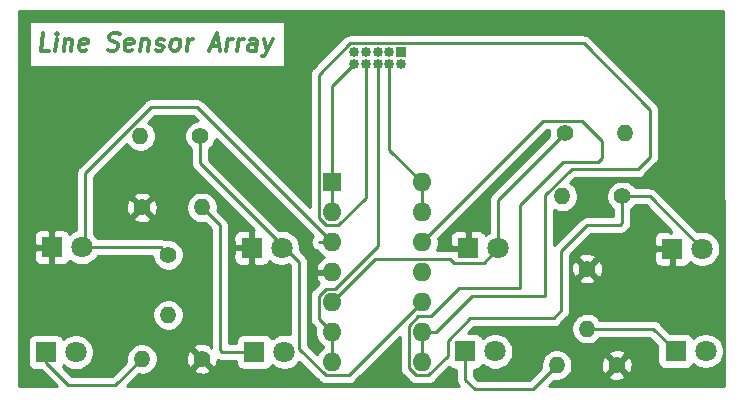
<source format=gbr>
%TF.GenerationSoftware,KiCad,Pcbnew,(5.1.8)-1*%
%TF.CreationDate,2021-01-06T02:07:28+05:30*%
%TF.ProjectId,LSA,4c53412e-6b69-4636-9164-5f7063625858,rev?*%
%TF.SameCoordinates,Original*%
%TF.FileFunction,Copper,L1,Top*%
%TF.FilePolarity,Positive*%
%FSLAX46Y46*%
G04 Gerber Fmt 4.6, Leading zero omitted, Abs format (unit mm)*
G04 Created by KiCad (PCBNEW (5.1.8)-1) date 2021-01-06 02:07:28*
%MOMM*%
%LPD*%
G01*
G04 APERTURE LIST*
%TA.AperFunction,NonConductor*%
%ADD10C,0.300000*%
%TD*%
%TA.AperFunction,ComponentPad*%
%ADD11C,1.800000*%
%TD*%
%TA.AperFunction,ComponentPad*%
%ADD12R,1.800000X1.800000*%
%TD*%
%TA.AperFunction,ComponentPad*%
%ADD13O,1.400000X1.400000*%
%TD*%
%TA.AperFunction,ComponentPad*%
%ADD14C,1.400000*%
%TD*%
%TA.AperFunction,ComponentPad*%
%ADD15O,0.850000X0.850000*%
%TD*%
%TA.AperFunction,ComponentPad*%
%ADD16R,0.850000X0.850000*%
%TD*%
%TA.AperFunction,ComponentPad*%
%ADD17O,1.600000X1.600000*%
%TD*%
%TA.AperFunction,ComponentPad*%
%ADD18R,1.600000X1.600000*%
%TD*%
%TA.AperFunction,ViaPad*%
%ADD19C,0.800000*%
%TD*%
%TA.AperFunction,Conductor*%
%ADD20C,0.250000*%
%TD*%
%TA.AperFunction,Conductor*%
%ADD21C,0.254000*%
%TD*%
%TA.AperFunction,Conductor*%
%ADD22C,0.100000*%
%TD*%
G04 APERTURE END LIST*
D10*
X113249642Y-104068571D02*
X112535357Y-104068571D01*
X112722857Y-102568571D01*
X113749642Y-104068571D02*
X113874642Y-103068571D01*
X113937142Y-102568571D02*
X113856785Y-102640000D01*
X113919285Y-102711428D01*
X113999642Y-102640000D01*
X113937142Y-102568571D01*
X113919285Y-102711428D01*
X114588928Y-103068571D02*
X114463928Y-104068571D01*
X114571071Y-103211428D02*
X114651428Y-103140000D01*
X114803214Y-103068571D01*
X115017500Y-103068571D01*
X115151428Y-103140000D01*
X115205000Y-103282857D01*
X115106785Y-104068571D01*
X116401428Y-103997142D02*
X116249642Y-104068571D01*
X115963928Y-104068571D01*
X115830000Y-103997142D01*
X115776428Y-103854285D01*
X115847857Y-103282857D01*
X115937142Y-103140000D01*
X116088928Y-103068571D01*
X116374642Y-103068571D01*
X116508571Y-103140000D01*
X116562142Y-103282857D01*
X116544285Y-103425714D01*
X115812142Y-103568571D01*
X118187142Y-103997142D02*
X118392500Y-104068571D01*
X118749642Y-104068571D01*
X118901428Y-103997142D01*
X118981785Y-103925714D01*
X119071071Y-103782857D01*
X119088928Y-103640000D01*
X119035357Y-103497142D01*
X118972857Y-103425714D01*
X118838928Y-103354285D01*
X118562142Y-103282857D01*
X118428214Y-103211428D01*
X118365714Y-103140000D01*
X118312142Y-102997142D01*
X118330000Y-102854285D01*
X118419285Y-102711428D01*
X118499642Y-102640000D01*
X118651428Y-102568571D01*
X119008571Y-102568571D01*
X119213928Y-102640000D01*
X120258571Y-103997142D02*
X120106785Y-104068571D01*
X119821071Y-104068571D01*
X119687142Y-103997142D01*
X119633571Y-103854285D01*
X119705000Y-103282857D01*
X119794285Y-103140000D01*
X119946071Y-103068571D01*
X120231785Y-103068571D01*
X120365714Y-103140000D01*
X120419285Y-103282857D01*
X120401428Y-103425714D01*
X119669285Y-103568571D01*
X121088928Y-103068571D02*
X120963928Y-104068571D01*
X121071071Y-103211428D02*
X121151428Y-103140000D01*
X121303214Y-103068571D01*
X121517500Y-103068571D01*
X121651428Y-103140000D01*
X121705000Y-103282857D01*
X121606785Y-104068571D01*
X122258571Y-103997142D02*
X122392500Y-104068571D01*
X122678214Y-104068571D01*
X122830000Y-103997142D01*
X122919285Y-103854285D01*
X122928214Y-103782857D01*
X122874642Y-103640000D01*
X122740714Y-103568571D01*
X122526428Y-103568571D01*
X122392500Y-103497142D01*
X122338928Y-103354285D01*
X122347857Y-103282857D01*
X122437142Y-103140000D01*
X122588928Y-103068571D01*
X122803214Y-103068571D01*
X122937142Y-103140000D01*
X123749642Y-104068571D02*
X123615714Y-103997142D01*
X123553214Y-103925714D01*
X123499642Y-103782857D01*
X123553214Y-103354285D01*
X123642500Y-103211428D01*
X123722857Y-103140000D01*
X123874642Y-103068571D01*
X124088928Y-103068571D01*
X124222857Y-103140000D01*
X124285357Y-103211428D01*
X124338928Y-103354285D01*
X124285357Y-103782857D01*
X124196071Y-103925714D01*
X124115714Y-103997142D01*
X123963928Y-104068571D01*
X123749642Y-104068571D01*
X124892500Y-104068571D02*
X125017500Y-103068571D01*
X124981785Y-103354285D02*
X125071071Y-103211428D01*
X125151428Y-103140000D01*
X125303214Y-103068571D01*
X125446071Y-103068571D01*
X126946071Y-103640000D02*
X127660357Y-103640000D01*
X126749642Y-104068571D02*
X127437142Y-102568571D01*
X127749642Y-104068571D01*
X128249642Y-104068571D02*
X128374642Y-103068571D01*
X128338928Y-103354285D02*
X128428214Y-103211428D01*
X128508571Y-103140000D01*
X128660357Y-103068571D01*
X128803214Y-103068571D01*
X129178214Y-104068571D02*
X129303214Y-103068571D01*
X129267500Y-103354285D02*
X129356785Y-103211428D01*
X129437142Y-103140000D01*
X129588928Y-103068571D01*
X129731785Y-103068571D01*
X130749642Y-104068571D02*
X130847857Y-103282857D01*
X130794285Y-103140000D01*
X130660357Y-103068571D01*
X130374642Y-103068571D01*
X130222857Y-103140000D01*
X130758571Y-103997142D02*
X130606785Y-104068571D01*
X130249642Y-104068571D01*
X130115714Y-103997142D01*
X130062142Y-103854285D01*
X130080000Y-103711428D01*
X130169285Y-103568571D01*
X130321071Y-103497142D01*
X130678214Y-103497142D01*
X130830000Y-103425714D01*
X131446071Y-103068571D02*
X131678214Y-104068571D01*
X132160357Y-103068571D02*
X131678214Y-104068571D01*
X131490714Y-104425714D01*
X131410357Y-104497142D01*
X131258571Y-104568571D01*
D11*
%TO.P,D2,2*%
%TO.N,A2*%
X132930000Y-120760000D03*
D12*
%TO.P,D2,1*%
%TO.N,VCC*%
X130390000Y-120760000D03*
%TD*%
D13*
%TO.P,R8,2*%
%TO.N,GND*%
X156690000Y-116410000D03*
D14*
%TO.P,R8,1*%
%TO.N,A4*%
X161770000Y-116410000D03*
%TD*%
D15*
%TO.P,J1,10*%
%TO.N,01*%
X139060000Y-105210000D03*
%TO.P,J1,9*%
%TO.N,GND*%
X139060000Y-104210000D03*
%TO.P,J1,8*%
%TO.N,02*%
X140060000Y-105210000D03*
%TO.P,J1,7*%
%TO.N,VCC*%
X140060000Y-104210000D03*
%TO.P,J1,6*%
%TO.N,03*%
X141060000Y-105210000D03*
%TO.P,J1,5*%
%TO.N,Net-(J1-Pad5)*%
X141060000Y-104210000D03*
%TO.P,J1,4*%
%TO.N,04*%
X142060000Y-105210000D03*
%TO.P,J1,3*%
%TO.N,Net-(J1-Pad3)*%
X142060000Y-104210000D03*
%TO.P,J1,2*%
%TO.N,Net-(J1-Pad2)*%
X143060000Y-105210000D03*
D16*
%TO.P,J1,1*%
%TO.N,Net-(J1-Pad1)*%
X143060000Y-104210000D03*
%TD*%
D11*
%TO.P,D4,2*%
%TO.N,A4*%
X168530000Y-120850000D03*
D12*
%TO.P,D4,1*%
%TO.N,VCC*%
X165990000Y-120850000D03*
%TD*%
D11*
%TO.P,D3,2*%
%TO.N,A3*%
X151250000Y-120820000D03*
D12*
%TO.P,D3,1*%
%TO.N,VCC*%
X148710000Y-120820000D03*
%TD*%
D11*
%TO.P,D1,2*%
%TO.N,A1*%
X116010000Y-120720000D03*
D12*
%TO.P,D1,1*%
%TO.N,VCC*%
X113470000Y-120720000D03*
%TD*%
D17*
%TO.P,U1,14*%
%TO.N,04*%
X144810000Y-115200000D03*
%TO.P,U1,7*%
%TO.N,03*%
X137190000Y-130440000D03*
%TO.P,U1,13*%
%TO.N,04*%
X144810000Y-117740000D03*
%TO.P,U1,6*%
%TO.N,03*%
X137190000Y-127900000D03*
%TO.P,U1,12*%
%TO.N,A4*%
X144810000Y-120280000D03*
%TO.P,U1,5*%
%TO.N,A3*%
X137190000Y-125360000D03*
%TO.P,U1,11*%
%TO.N,GND*%
X144810000Y-122820000D03*
%TO.P,U1,4*%
%TO.N,VCC*%
X137190000Y-122820000D03*
%TO.P,U1,10*%
%TO.N,A2*%
X144810000Y-125360000D03*
%TO.P,U1,3*%
%TO.N,A1*%
X137190000Y-120280000D03*
%TO.P,U1,9*%
%TO.N,02*%
X144810000Y-127900000D03*
%TO.P,U1,2*%
%TO.N,01*%
X137190000Y-117740000D03*
%TO.P,U1,8*%
%TO.N,02*%
X144810000Y-130440000D03*
D18*
%TO.P,U1,1*%
%TO.N,01*%
X137190000Y-115200000D03*
%TD*%
D13*
%TO.P,R7,2*%
%TO.N,GND*%
X161970000Y-111070000D03*
D14*
%TO.P,R7,1*%
%TO.N,A3*%
X156890000Y-111070000D03*
%TD*%
D13*
%TO.P,R6,2*%
%TO.N,GND*%
X120960000Y-111300000D03*
D14*
%TO.P,R6,1*%
%TO.N,A2*%
X126040000Y-111300000D03*
%TD*%
D13*
%TO.P,R5,2*%
%TO.N,GND*%
X123330000Y-126450000D03*
D14*
%TO.P,R5,1*%
%TO.N,A1*%
X123330000Y-121370000D03*
%TD*%
D13*
%TO.P,R4,2*%
%TO.N,Net-(D8-Pad1)*%
X158800000Y-127610000D03*
D14*
%TO.P,R4,1*%
%TO.N,VCC*%
X158800000Y-122530000D03*
%TD*%
D13*
%TO.P,R3,2*%
%TO.N,Net-(D7-Pad1)*%
X156220000Y-130700000D03*
D14*
%TO.P,R3,1*%
%TO.N,VCC*%
X161300000Y-130700000D03*
%TD*%
D13*
%TO.P,R2,2*%
%TO.N,Net-(D6-Pad1)*%
X126170000Y-117350000D03*
D14*
%TO.P,R2,1*%
%TO.N,VCC*%
X121090000Y-117350000D03*
%TD*%
D13*
%TO.P,R1,2*%
%TO.N,Net-(D5-Pad1)*%
X121090000Y-130160000D03*
D14*
%TO.P,R1,1*%
%TO.N,VCC*%
X126170000Y-130160000D03*
%TD*%
D11*
%TO.P,D8,2*%
%TO.N,GND*%
X168820000Y-129500000D03*
D12*
%TO.P,D8,1*%
%TO.N,Net-(D8-Pad1)*%
X166280000Y-129500000D03*
%TD*%
D11*
%TO.P,D7,2*%
%TO.N,GND*%
X151010000Y-129540000D03*
D12*
%TO.P,D7,1*%
%TO.N,Net-(D7-Pad1)*%
X148470000Y-129540000D03*
%TD*%
D11*
%TO.P,D6,2*%
%TO.N,GND*%
X133160000Y-129570000D03*
D12*
%TO.P,D6,1*%
%TO.N,Net-(D6-Pad1)*%
X130620000Y-129570000D03*
%TD*%
D11*
%TO.P,D5,2*%
%TO.N,GND*%
X115510000Y-129600000D03*
D12*
%TO.P,D5,1*%
%TO.N,Net-(D5-Pad1)*%
X112970000Y-129600000D03*
%TD*%
D19*
%TO.N,VCC*%
X130360000Y-123290000D03*
%TD*%
D20*
%TO.N,A1*%
X122680000Y-120720000D02*
X123330000Y-121370000D01*
X116010000Y-120720000D02*
X122680000Y-120720000D01*
X121892998Y-108850000D02*
X116270000Y-114472998D01*
X137190000Y-120280000D02*
X125760000Y-108850000D01*
X125760000Y-108850000D02*
X121892998Y-108850000D01*
X116270000Y-120460000D02*
X116010000Y-120720000D01*
X116270000Y-114472998D02*
X116270000Y-120460000D01*
X137190000Y-120280000D02*
X136130000Y-120280000D01*
%TO.N,VCC*%
X130390000Y-123260000D02*
X130360000Y-123290000D01*
X130390000Y-120760000D02*
X130390000Y-123260000D01*
%TO.N,A2*%
X126040000Y-111300000D02*
X126040000Y-113610000D01*
X132975000Y-120545000D02*
X133090000Y-120660000D01*
X126040000Y-113610000D02*
X132975000Y-120545000D01*
X134385001Y-121955001D02*
X132975000Y-120545000D01*
X134385001Y-129300003D02*
X134385001Y-121955001D01*
X144810000Y-125360000D02*
X138604999Y-131565001D01*
X138604999Y-131565001D02*
X136649999Y-131565001D01*
X136649999Y-131565001D02*
X134385001Y-129300003D01*
%TO.N,A3*%
X150024999Y-122045001D02*
X151250000Y-120820000D01*
X147549999Y-122045001D02*
X150024999Y-122045001D01*
X147199997Y-121694999D02*
X147549999Y-122045001D01*
X140855001Y-121694999D02*
X147199997Y-121694999D01*
X137190000Y-125360000D02*
X140855001Y-121694999D01*
X151250000Y-116710000D02*
X151250000Y-120820000D01*
X156890000Y-111070000D02*
X151250000Y-116710000D01*
%TO.N,A4*%
X155045001Y-110044999D02*
X158364999Y-110044999D01*
X144810000Y-120280000D02*
X155045001Y-110044999D01*
X158364999Y-110044999D02*
X160080000Y-111760000D01*
X160080000Y-111760000D02*
X160080000Y-113170000D01*
X160080000Y-113170000D02*
X159750000Y-113500000D01*
X159750000Y-113500000D02*
X156750000Y-113500000D01*
X156750000Y-113500000D02*
X153080000Y-117170000D01*
X153080000Y-117170000D02*
X153080000Y-124190000D01*
X153080000Y-124190000D02*
X147940000Y-124190000D01*
X147940000Y-124190000D02*
X145600000Y-126530000D01*
X145350001Y-131565001D02*
X147010000Y-129905002D01*
X144269999Y-131565001D02*
X145350001Y-131565001D01*
X143684999Y-130980001D02*
X144269999Y-131565001D01*
X143684999Y-127359999D02*
X143684999Y-130980001D01*
X144514998Y-126530000D02*
X143684999Y-127359999D01*
X145600000Y-126530000D02*
X144514998Y-126530000D01*
X147010000Y-128614998D02*
X148894998Y-126730000D01*
X147010000Y-129905002D02*
X147010000Y-128614998D01*
X148894998Y-126730000D02*
X155950000Y-126730000D01*
X155950000Y-126730000D02*
X156610000Y-126070000D01*
X156610000Y-126070000D02*
X156610000Y-121020000D01*
X156610000Y-121020000D02*
X158790000Y-118840000D01*
X158790000Y-118840000D02*
X161600000Y-118840000D01*
X161770000Y-118670000D02*
X161770000Y-116410000D01*
X161600000Y-118840000D02*
X161770000Y-118670000D01*
X164090000Y-116410000D02*
X168530000Y-120850000D01*
X161770000Y-116410000D02*
X164090000Y-116410000D01*
%TO.N,Net-(D5-Pad1)*%
X112970000Y-129600000D02*
X112970000Y-130500000D01*
X112970000Y-130500000D02*
X114860000Y-132390000D01*
X118860000Y-132390000D02*
X121090000Y-130160000D01*
X114860000Y-132390000D02*
X118860000Y-132390000D01*
%TO.N,Net-(D6-Pad1)*%
X130620000Y-129570000D02*
X127870000Y-129570000D01*
X127870000Y-129570000D02*
X127690000Y-129390000D01*
X127690000Y-118870000D02*
X126170000Y-117350000D01*
X127690000Y-129390000D02*
X127690000Y-118870000D01*
%TO.N,Net-(D7-Pad1)*%
X156220000Y-130700000D02*
X154200000Y-132720000D01*
X154200000Y-132720000D02*
X149270000Y-132720000D01*
X148470000Y-131920000D02*
X148470000Y-129540000D01*
X149270000Y-132720000D02*
X148470000Y-131920000D01*
%TO.N,Net-(D8-Pad1)*%
X164390000Y-127610000D02*
X166280000Y-129500000D01*
X158800000Y-127610000D02*
X164390000Y-127610000D01*
%TO.N,01*%
X137190000Y-107080000D02*
X139060000Y-105210000D01*
X137190000Y-115200000D02*
X137190000Y-107080000D01*
X137190000Y-117740000D02*
X137190000Y-115200000D01*
%TO.N,04*%
X144810000Y-117740000D02*
X144810000Y-115200000D01*
X142060000Y-112450000D02*
X142060000Y-105210000D01*
X144810000Y-115200000D02*
X142060000Y-112450000D01*
%TO.N,02*%
X144810000Y-130440000D02*
X144810000Y-127900000D01*
X144810000Y-127900000D02*
X145983002Y-127900000D01*
X145983002Y-127900000D02*
X149033002Y-124850000D01*
X149033002Y-124850000D02*
X155270000Y-124850000D01*
X140060000Y-116535002D02*
X140060000Y-105210000D01*
X136064999Y-118280001D02*
X136649999Y-118865001D01*
X136649999Y-118865001D02*
X137730001Y-118865001D01*
X137730001Y-118865001D02*
X140060000Y-116535002D01*
X136064999Y-106094999D02*
X136064999Y-118280001D01*
X138699999Y-103459999D02*
X136064999Y-106094999D01*
X164120000Y-109080000D02*
X158499999Y-103459999D01*
X158499999Y-103459999D02*
X138699999Y-103459999D01*
X155270000Y-124850000D02*
X155270000Y-116312998D01*
X163070000Y-114110000D02*
X164120000Y-113060000D01*
X155270000Y-116312998D02*
X157482998Y-114100000D01*
X157482998Y-114100000D02*
X160457002Y-114100000D01*
X164120000Y-113060000D02*
X164120000Y-109080000D01*
X160467002Y-114110000D02*
X163070000Y-114110000D01*
X160457002Y-114100000D02*
X160467002Y-114110000D01*
%TO.N,03*%
X137190000Y-127900000D02*
X137190000Y-130440000D01*
X141060000Y-120615002D02*
X141060000Y-105210000D01*
X137440003Y-124234999D02*
X141060000Y-120615002D01*
X136649999Y-124234999D02*
X137440003Y-124234999D01*
X136064999Y-124819999D02*
X136649999Y-124234999D01*
X136064999Y-126774999D02*
X136064999Y-124819999D01*
X137190000Y-127900000D02*
X136064999Y-126774999D01*
%TD*%
D21*
%TO.N,VCC*%
X170330599Y-100749459D02*
X170359401Y-132430782D01*
X155547014Y-132447788D01*
X155981157Y-132013645D01*
X156088514Y-132035000D01*
X156351486Y-132035000D01*
X156609405Y-131983696D01*
X156852359Y-131883061D01*
X157071013Y-131736962D01*
X157186706Y-131621269D01*
X160558336Y-131621269D01*
X160617797Y-131855037D01*
X160856242Y-131965934D01*
X161111740Y-132028183D01*
X161374473Y-132039390D01*
X161634344Y-131999125D01*
X161881366Y-131908935D01*
X161982203Y-131855037D01*
X162041664Y-131621269D01*
X161300000Y-130879605D01*
X160558336Y-131621269D01*
X157186706Y-131621269D01*
X157256962Y-131551013D01*
X157403061Y-131332359D01*
X157503696Y-131089405D01*
X157555000Y-130831486D01*
X157555000Y-130774473D01*
X159960610Y-130774473D01*
X160000875Y-131034344D01*
X160091065Y-131281366D01*
X160144963Y-131382203D01*
X160378731Y-131441664D01*
X161120395Y-130700000D01*
X161479605Y-130700000D01*
X162221269Y-131441664D01*
X162455037Y-131382203D01*
X162565934Y-131143758D01*
X162628183Y-130888260D01*
X162639390Y-130625527D01*
X162599125Y-130365656D01*
X162508935Y-130118634D01*
X162455037Y-130017797D01*
X162221269Y-129958336D01*
X161479605Y-130700000D01*
X161120395Y-130700000D01*
X160378731Y-129958336D01*
X160144963Y-130017797D01*
X160034066Y-130256242D01*
X159971817Y-130511740D01*
X159960610Y-130774473D01*
X157555000Y-130774473D01*
X157555000Y-130568514D01*
X157503696Y-130310595D01*
X157403061Y-130067641D01*
X157256962Y-129848987D01*
X157186706Y-129778731D01*
X160558336Y-129778731D01*
X161300000Y-130520395D01*
X162041664Y-129778731D01*
X161982203Y-129544963D01*
X161743758Y-129434066D01*
X161488260Y-129371817D01*
X161225527Y-129360610D01*
X160965656Y-129400875D01*
X160718634Y-129491065D01*
X160617797Y-129544963D01*
X160558336Y-129778731D01*
X157186706Y-129778731D01*
X157071013Y-129663038D01*
X156852359Y-129516939D01*
X156609405Y-129416304D01*
X156351486Y-129365000D01*
X156088514Y-129365000D01*
X155830595Y-129416304D01*
X155587641Y-129516939D01*
X155368987Y-129663038D01*
X155183038Y-129848987D01*
X155036939Y-130067641D01*
X154936304Y-130310595D01*
X154885000Y-130568514D01*
X154885000Y-130831486D01*
X154906355Y-130938843D01*
X153885199Y-131960000D01*
X149584802Y-131960000D01*
X149230000Y-131605199D01*
X149230000Y-131078072D01*
X149370000Y-131078072D01*
X149494482Y-131065812D01*
X149614180Y-131029502D01*
X149724494Y-130970537D01*
X149821185Y-130891185D01*
X149900537Y-130794494D01*
X149959502Y-130684180D01*
X149965056Y-130665873D01*
X150031495Y-130732312D01*
X150282905Y-130900299D01*
X150562257Y-131016011D01*
X150858816Y-131075000D01*
X151161184Y-131075000D01*
X151457743Y-131016011D01*
X151737095Y-130900299D01*
X151988505Y-130732312D01*
X152202312Y-130518505D01*
X152370299Y-130267095D01*
X152486011Y-129987743D01*
X152545000Y-129691184D01*
X152545000Y-129388816D01*
X152486011Y-129092257D01*
X152370299Y-128812905D01*
X152202312Y-128561495D01*
X151988505Y-128347688D01*
X151737095Y-128179701D01*
X151457743Y-128063989D01*
X151161184Y-128005000D01*
X150858816Y-128005000D01*
X150562257Y-128063989D01*
X150282905Y-128179701D01*
X150031495Y-128347688D01*
X149965056Y-128414127D01*
X149959502Y-128395820D01*
X149900537Y-128285506D01*
X149821185Y-128188815D01*
X149724494Y-128109463D01*
X149614180Y-128050498D01*
X149494482Y-128014188D01*
X149370000Y-128001928D01*
X148697872Y-128001928D01*
X149209800Y-127490000D01*
X155912678Y-127490000D01*
X155950000Y-127493676D01*
X155987322Y-127490000D01*
X155987333Y-127490000D01*
X156098986Y-127479003D01*
X156100598Y-127478514D01*
X157465000Y-127478514D01*
X157465000Y-127741486D01*
X157516304Y-127999405D01*
X157616939Y-128242359D01*
X157763038Y-128461013D01*
X157948987Y-128646962D01*
X158167641Y-128793061D01*
X158410595Y-128893696D01*
X158668514Y-128945000D01*
X158931486Y-128945000D01*
X159189405Y-128893696D01*
X159432359Y-128793061D01*
X159651013Y-128646962D01*
X159836962Y-128461013D01*
X159897775Y-128370000D01*
X164075199Y-128370000D01*
X164741928Y-129036729D01*
X164741928Y-130400000D01*
X164754188Y-130524482D01*
X164790498Y-130644180D01*
X164849463Y-130754494D01*
X164928815Y-130851185D01*
X165025506Y-130930537D01*
X165135820Y-130989502D01*
X165255518Y-131025812D01*
X165380000Y-131038072D01*
X167180000Y-131038072D01*
X167304482Y-131025812D01*
X167424180Y-130989502D01*
X167534494Y-130930537D01*
X167631185Y-130851185D01*
X167710537Y-130754494D01*
X167769502Y-130644180D01*
X167775056Y-130625873D01*
X167841495Y-130692312D01*
X168092905Y-130860299D01*
X168372257Y-130976011D01*
X168668816Y-131035000D01*
X168971184Y-131035000D01*
X169267743Y-130976011D01*
X169547095Y-130860299D01*
X169798505Y-130692312D01*
X170012312Y-130478505D01*
X170180299Y-130227095D01*
X170296011Y-129947743D01*
X170355000Y-129651184D01*
X170355000Y-129348816D01*
X170296011Y-129052257D01*
X170180299Y-128772905D01*
X170012312Y-128521495D01*
X169798505Y-128307688D01*
X169547095Y-128139701D01*
X169267743Y-128023989D01*
X168971184Y-127965000D01*
X168668816Y-127965000D01*
X168372257Y-128023989D01*
X168092905Y-128139701D01*
X167841495Y-128307688D01*
X167775056Y-128374127D01*
X167769502Y-128355820D01*
X167710537Y-128245506D01*
X167631185Y-128148815D01*
X167534494Y-128069463D01*
X167424180Y-128010498D01*
X167304482Y-127974188D01*
X167180000Y-127961928D01*
X165816729Y-127961928D01*
X164953804Y-127099003D01*
X164930001Y-127069999D01*
X164814276Y-126975026D01*
X164682247Y-126904454D01*
X164538986Y-126860997D01*
X164427333Y-126850000D01*
X164427322Y-126850000D01*
X164390000Y-126846324D01*
X164352678Y-126850000D01*
X159897775Y-126850000D01*
X159836962Y-126758987D01*
X159651013Y-126573038D01*
X159432359Y-126426939D01*
X159189405Y-126326304D01*
X158931486Y-126275000D01*
X158668514Y-126275000D01*
X158410595Y-126326304D01*
X158167641Y-126426939D01*
X157948987Y-126573038D01*
X157763038Y-126758987D01*
X157616939Y-126977641D01*
X157516304Y-127220595D01*
X157465000Y-127478514D01*
X156100598Y-127478514D01*
X156242247Y-127435546D01*
X156374276Y-127364974D01*
X156490001Y-127270001D01*
X156513803Y-127240998D01*
X157121004Y-126633798D01*
X157150001Y-126610001D01*
X157180336Y-126573038D01*
X157244974Y-126494277D01*
X157315546Y-126362247D01*
X157328812Y-126318514D01*
X157359003Y-126218986D01*
X157370000Y-126107333D01*
X157370000Y-126107323D01*
X157373676Y-126070000D01*
X157370000Y-126032677D01*
X157370000Y-123451269D01*
X158058336Y-123451269D01*
X158117797Y-123685037D01*
X158356242Y-123795934D01*
X158611740Y-123858183D01*
X158874473Y-123869390D01*
X159134344Y-123829125D01*
X159381366Y-123738935D01*
X159482203Y-123685037D01*
X159541664Y-123451269D01*
X158800000Y-122709605D01*
X158058336Y-123451269D01*
X157370000Y-123451269D01*
X157370000Y-122604473D01*
X157460610Y-122604473D01*
X157500875Y-122864344D01*
X157591065Y-123111366D01*
X157644963Y-123212203D01*
X157878731Y-123271664D01*
X158620395Y-122530000D01*
X158979605Y-122530000D01*
X159721269Y-123271664D01*
X159955037Y-123212203D01*
X160065934Y-122973758D01*
X160128183Y-122718260D01*
X160139390Y-122455527D01*
X160099125Y-122195656D01*
X160008935Y-121948634D01*
X159955037Y-121847797D01*
X159721269Y-121788336D01*
X158979605Y-122530000D01*
X158620395Y-122530000D01*
X157878731Y-121788336D01*
X157644963Y-121847797D01*
X157534066Y-122086242D01*
X157471817Y-122341740D01*
X157460610Y-122604473D01*
X157370000Y-122604473D01*
X157370000Y-121608731D01*
X158058336Y-121608731D01*
X158800000Y-122350395D01*
X159400395Y-121750000D01*
X164451928Y-121750000D01*
X164464188Y-121874482D01*
X164500498Y-121994180D01*
X164559463Y-122104494D01*
X164638815Y-122201185D01*
X164735506Y-122280537D01*
X164845820Y-122339502D01*
X164965518Y-122375812D01*
X165090000Y-122388072D01*
X165704250Y-122385000D01*
X165863000Y-122226250D01*
X165863000Y-120977000D01*
X164613750Y-120977000D01*
X164455000Y-121135750D01*
X164451928Y-121750000D01*
X159400395Y-121750000D01*
X159541664Y-121608731D01*
X159482203Y-121374963D01*
X159243758Y-121264066D01*
X158988260Y-121201817D01*
X158725527Y-121190610D01*
X158465656Y-121230875D01*
X158218634Y-121321065D01*
X158117797Y-121374963D01*
X158058336Y-121608731D01*
X157370000Y-121608731D01*
X157370000Y-121334801D01*
X159104802Y-119600000D01*
X161562678Y-119600000D01*
X161600000Y-119603676D01*
X161637322Y-119600000D01*
X161637333Y-119600000D01*
X161748986Y-119589003D01*
X161892247Y-119545546D01*
X162024276Y-119474974D01*
X162140001Y-119380001D01*
X162163804Y-119350997D01*
X162280998Y-119233803D01*
X162310001Y-119210001D01*
X162404974Y-119094276D01*
X162475546Y-118962247D01*
X162519003Y-118818986D01*
X162530000Y-118707333D01*
X162530000Y-118707324D01*
X162533676Y-118670001D01*
X162530000Y-118632678D01*
X162530000Y-117507775D01*
X162621013Y-117446962D01*
X162806962Y-117261013D01*
X162867775Y-117170000D01*
X163775199Y-117170000D01*
X165920198Y-119315000D01*
X165862998Y-119315000D01*
X165862998Y-119473748D01*
X165704250Y-119315000D01*
X165090000Y-119311928D01*
X164965518Y-119324188D01*
X164845820Y-119360498D01*
X164735506Y-119419463D01*
X164638815Y-119498815D01*
X164559463Y-119595506D01*
X164500498Y-119705820D01*
X164464188Y-119825518D01*
X164451928Y-119950000D01*
X164455000Y-120564250D01*
X164613750Y-120723000D01*
X165863000Y-120723000D01*
X165863000Y-120703000D01*
X166117000Y-120703000D01*
X166117000Y-120723000D01*
X166137000Y-120723000D01*
X166137000Y-120977000D01*
X166117000Y-120977000D01*
X166117000Y-122226250D01*
X166275750Y-122385000D01*
X166890000Y-122388072D01*
X167014482Y-122375812D01*
X167134180Y-122339502D01*
X167244494Y-122280537D01*
X167341185Y-122201185D01*
X167420537Y-122104494D01*
X167479502Y-121994180D01*
X167485056Y-121975873D01*
X167551495Y-122042312D01*
X167802905Y-122210299D01*
X168082257Y-122326011D01*
X168378816Y-122385000D01*
X168681184Y-122385000D01*
X168977743Y-122326011D01*
X169257095Y-122210299D01*
X169508505Y-122042312D01*
X169722312Y-121828505D01*
X169890299Y-121577095D01*
X170006011Y-121297743D01*
X170065000Y-121001184D01*
X170065000Y-120698816D01*
X170006011Y-120402257D01*
X169890299Y-120122905D01*
X169722312Y-119871495D01*
X169508505Y-119657688D01*
X169257095Y-119489701D01*
X168977743Y-119373989D01*
X168681184Y-119315000D01*
X168378816Y-119315000D01*
X168121070Y-119366269D01*
X164653804Y-115899003D01*
X164630001Y-115869999D01*
X164514276Y-115775026D01*
X164382247Y-115704454D01*
X164238986Y-115660997D01*
X164127333Y-115650000D01*
X164127322Y-115650000D01*
X164090000Y-115646324D01*
X164052678Y-115650000D01*
X162867775Y-115650000D01*
X162806962Y-115558987D01*
X162621013Y-115373038D01*
X162402359Y-115226939D01*
X162159405Y-115126304D01*
X161901486Y-115075000D01*
X161638514Y-115075000D01*
X161380595Y-115126304D01*
X161137641Y-115226939D01*
X160918987Y-115373038D01*
X160733038Y-115558987D01*
X160586939Y-115777641D01*
X160486304Y-116020595D01*
X160435000Y-116278514D01*
X160435000Y-116541486D01*
X160486304Y-116799405D01*
X160586939Y-117042359D01*
X160733038Y-117261013D01*
X160918987Y-117446962D01*
X161010001Y-117507775D01*
X161010000Y-118080000D01*
X158827333Y-118080000D01*
X158790000Y-118076323D01*
X158752667Y-118080000D01*
X158641014Y-118090997D01*
X158497753Y-118134454D01*
X158365724Y-118205026D01*
X158249999Y-118299999D01*
X158226201Y-118328997D01*
X156098998Y-120456201D01*
X156070000Y-120479999D01*
X156046202Y-120508997D01*
X156046201Y-120508998D01*
X156030000Y-120528739D01*
X156030000Y-117574592D01*
X156057641Y-117593061D01*
X156300595Y-117693696D01*
X156558514Y-117745000D01*
X156821486Y-117745000D01*
X157079405Y-117693696D01*
X157322359Y-117593061D01*
X157541013Y-117446962D01*
X157726962Y-117261013D01*
X157873061Y-117042359D01*
X157973696Y-116799405D01*
X158025000Y-116541486D01*
X158025000Y-116278514D01*
X157973696Y-116020595D01*
X157873061Y-115777641D01*
X157726962Y-115558987D01*
X157541013Y-115373038D01*
X157387401Y-115270399D01*
X157797800Y-114860000D01*
X160328139Y-114860000D01*
X160429669Y-114870000D01*
X160429679Y-114870000D01*
X160467001Y-114873676D01*
X160504324Y-114870000D01*
X163032678Y-114870000D01*
X163070000Y-114873676D01*
X163107322Y-114870000D01*
X163107333Y-114870000D01*
X163218986Y-114859003D01*
X163362247Y-114815546D01*
X163494276Y-114744974D01*
X163610001Y-114650001D01*
X163633804Y-114620998D01*
X164631004Y-113623798D01*
X164660001Y-113600001D01*
X164754974Y-113484276D01*
X164825546Y-113352247D01*
X164869003Y-113208986D01*
X164880000Y-113097333D01*
X164880000Y-113097324D01*
X164883676Y-113060001D01*
X164880000Y-113022678D01*
X164880000Y-109117325D01*
X164883676Y-109080000D01*
X164880000Y-109042675D01*
X164880000Y-109042667D01*
X164869003Y-108931014D01*
X164825546Y-108787753D01*
X164754974Y-108655724D01*
X164660001Y-108539999D01*
X164631003Y-108516201D01*
X159063803Y-102949002D01*
X159040000Y-102919998D01*
X158924275Y-102825025D01*
X158792246Y-102754453D01*
X158648985Y-102710996D01*
X158537332Y-102699999D01*
X158537321Y-102699999D01*
X158499999Y-102696323D01*
X158462677Y-102699999D01*
X138737324Y-102699999D01*
X138699999Y-102696323D01*
X138662674Y-102699999D01*
X138662666Y-102699999D01*
X138551013Y-102710996D01*
X138407752Y-102754453D01*
X138275723Y-102825025D01*
X138159998Y-102919998D01*
X138136200Y-102948996D01*
X135554002Y-105531195D01*
X135524998Y-105554998D01*
X135469870Y-105622173D01*
X135430025Y-105670723D01*
X135403150Y-105721003D01*
X135359453Y-105802753D01*
X135315996Y-105946014D01*
X135304999Y-106057667D01*
X135304999Y-106057677D01*
X135301323Y-106094999D01*
X135304999Y-106132321D01*
X135305000Y-117320198D01*
X126323804Y-108339003D01*
X126300001Y-108309999D01*
X126184276Y-108215026D01*
X126052247Y-108144454D01*
X125908986Y-108100997D01*
X125797333Y-108090000D01*
X125797322Y-108090000D01*
X125760000Y-108086324D01*
X125722678Y-108090000D01*
X121930320Y-108090000D01*
X121892997Y-108086324D01*
X121855674Y-108090000D01*
X121855665Y-108090000D01*
X121744012Y-108100997D01*
X121600751Y-108144454D01*
X121468721Y-108215026D01*
X121385081Y-108283668D01*
X121352997Y-108309999D01*
X121329199Y-108338997D01*
X115759003Y-113909194D01*
X115729999Y-113932997D01*
X115674871Y-114000172D01*
X115635026Y-114048722D01*
X115588923Y-114134974D01*
X115564454Y-114180752D01*
X115520997Y-114324013D01*
X115510000Y-114435666D01*
X115510000Y-114435676D01*
X115506324Y-114472998D01*
X115510000Y-114510321D01*
X115510001Y-119265634D01*
X115282905Y-119359701D01*
X115031495Y-119527688D01*
X114965056Y-119594127D01*
X114959502Y-119575820D01*
X114900537Y-119465506D01*
X114821185Y-119368815D01*
X114724494Y-119289463D01*
X114614180Y-119230498D01*
X114494482Y-119194188D01*
X114370000Y-119181928D01*
X113755750Y-119185000D01*
X113597000Y-119343750D01*
X113597000Y-120593000D01*
X113617000Y-120593000D01*
X113617000Y-120847000D01*
X113597000Y-120847000D01*
X113597000Y-122096250D01*
X113755750Y-122255000D01*
X114370000Y-122258072D01*
X114494482Y-122245812D01*
X114614180Y-122209502D01*
X114724494Y-122150537D01*
X114821185Y-122071185D01*
X114900537Y-121974494D01*
X114959502Y-121864180D01*
X114965056Y-121845873D01*
X115031495Y-121912312D01*
X115282905Y-122080299D01*
X115562257Y-122196011D01*
X115858816Y-122255000D01*
X116161184Y-122255000D01*
X116457743Y-122196011D01*
X116737095Y-122080299D01*
X116988505Y-121912312D01*
X117202312Y-121698505D01*
X117348313Y-121480000D01*
X121995000Y-121480000D01*
X121995000Y-121501486D01*
X122046304Y-121759405D01*
X122146939Y-122002359D01*
X122293038Y-122221013D01*
X122478987Y-122406962D01*
X122697641Y-122553061D01*
X122940595Y-122653696D01*
X123198514Y-122705000D01*
X123461486Y-122705000D01*
X123719405Y-122653696D01*
X123962359Y-122553061D01*
X124181013Y-122406962D01*
X124366962Y-122221013D01*
X124513061Y-122002359D01*
X124613696Y-121759405D01*
X124665000Y-121501486D01*
X124665000Y-121238514D01*
X124613696Y-120980595D01*
X124513061Y-120737641D01*
X124366962Y-120518987D01*
X124181013Y-120333038D01*
X123962359Y-120186939D01*
X123719405Y-120086304D01*
X123461486Y-120035000D01*
X123198514Y-120035000D01*
X123061626Y-120062229D01*
X122972247Y-120014454D01*
X122828986Y-119970997D01*
X122717333Y-119960000D01*
X122717322Y-119960000D01*
X122680000Y-119956324D01*
X122642678Y-119960000D01*
X117348313Y-119960000D01*
X117202312Y-119741495D01*
X117030000Y-119569183D01*
X117030000Y-118271269D01*
X120348336Y-118271269D01*
X120407797Y-118505037D01*
X120646242Y-118615934D01*
X120901740Y-118678183D01*
X121164473Y-118689390D01*
X121424344Y-118649125D01*
X121671366Y-118558935D01*
X121772203Y-118505037D01*
X121831664Y-118271269D01*
X121090000Y-117529605D01*
X120348336Y-118271269D01*
X117030000Y-118271269D01*
X117030000Y-117424473D01*
X119750610Y-117424473D01*
X119790875Y-117684344D01*
X119881065Y-117931366D01*
X119934963Y-118032203D01*
X120168731Y-118091664D01*
X120910395Y-117350000D01*
X121269605Y-117350000D01*
X122011269Y-118091664D01*
X122245037Y-118032203D01*
X122355934Y-117793758D01*
X122418183Y-117538260D01*
X122429390Y-117275527D01*
X122389125Y-117015656D01*
X122298935Y-116768634D01*
X122245037Y-116667797D01*
X122011269Y-116608336D01*
X121269605Y-117350000D01*
X120910395Y-117350000D01*
X120168731Y-116608336D01*
X119934963Y-116667797D01*
X119824066Y-116906242D01*
X119761817Y-117161740D01*
X119750610Y-117424473D01*
X117030000Y-117424473D01*
X117030000Y-116428731D01*
X120348336Y-116428731D01*
X121090000Y-117170395D01*
X121831664Y-116428731D01*
X121772203Y-116194963D01*
X121533758Y-116084066D01*
X121278260Y-116021817D01*
X121015527Y-116010610D01*
X120755656Y-116050875D01*
X120508634Y-116141065D01*
X120407797Y-116194963D01*
X120348336Y-116428731D01*
X117030000Y-116428731D01*
X117030000Y-114787799D01*
X119820398Y-111997401D01*
X119923038Y-112151013D01*
X120108987Y-112336962D01*
X120327641Y-112483061D01*
X120570595Y-112583696D01*
X120828514Y-112635000D01*
X121091486Y-112635000D01*
X121349405Y-112583696D01*
X121592359Y-112483061D01*
X121811013Y-112336962D01*
X121996962Y-112151013D01*
X122143061Y-111932359D01*
X122243696Y-111689405D01*
X122295000Y-111431486D01*
X122295000Y-111168514D01*
X122243696Y-110910595D01*
X122143061Y-110667641D01*
X121996962Y-110448987D01*
X121811013Y-110263038D01*
X121657401Y-110160399D01*
X122207800Y-109610000D01*
X125445199Y-109610000D01*
X125818170Y-109982971D01*
X125650595Y-110016304D01*
X125407641Y-110116939D01*
X125188987Y-110263038D01*
X125003038Y-110448987D01*
X124856939Y-110667641D01*
X124756304Y-110910595D01*
X124705000Y-111168514D01*
X124705000Y-111431486D01*
X124756304Y-111689405D01*
X124856939Y-111932359D01*
X125003038Y-112151013D01*
X125188987Y-112336962D01*
X125280000Y-112397775D01*
X125280001Y-113572668D01*
X125276324Y-113610000D01*
X125280001Y-113647333D01*
X125290998Y-113758986D01*
X125304180Y-113802442D01*
X125334454Y-113902246D01*
X125405026Y-114034276D01*
X125458965Y-114100000D01*
X125500000Y-114150001D01*
X125528998Y-114173799D01*
X130627974Y-119272776D01*
X130517000Y-119383750D01*
X130517000Y-120633000D01*
X130537000Y-120633000D01*
X130537000Y-120887000D01*
X130517000Y-120887000D01*
X130517000Y-122136250D01*
X130675750Y-122295000D01*
X131290000Y-122298072D01*
X131414482Y-122285812D01*
X131534180Y-122249502D01*
X131644494Y-122190537D01*
X131741185Y-122111185D01*
X131820537Y-122014494D01*
X131879502Y-121904180D01*
X131885056Y-121885873D01*
X131951495Y-121952312D01*
X132202905Y-122120299D01*
X132482257Y-122236011D01*
X132778816Y-122295000D01*
X133081184Y-122295000D01*
X133377743Y-122236011D01*
X133528686Y-122173488D01*
X133625002Y-122269804D01*
X133625001Y-128101138D01*
X133607743Y-128093989D01*
X133311184Y-128035000D01*
X133008816Y-128035000D01*
X132712257Y-128093989D01*
X132432905Y-128209701D01*
X132181495Y-128377688D01*
X132115056Y-128444127D01*
X132109502Y-128425820D01*
X132050537Y-128315506D01*
X131971185Y-128218815D01*
X131874494Y-128139463D01*
X131764180Y-128080498D01*
X131644482Y-128044188D01*
X131520000Y-128031928D01*
X129720000Y-128031928D01*
X129595518Y-128044188D01*
X129475820Y-128080498D01*
X129365506Y-128139463D01*
X129268815Y-128218815D01*
X129189463Y-128315506D01*
X129130498Y-128425820D01*
X129094188Y-128545518D01*
X129081928Y-128670000D01*
X129081928Y-128810000D01*
X128450000Y-128810000D01*
X128450000Y-121660000D01*
X128851928Y-121660000D01*
X128864188Y-121784482D01*
X128900498Y-121904180D01*
X128959463Y-122014494D01*
X129038815Y-122111185D01*
X129135506Y-122190537D01*
X129245820Y-122249502D01*
X129365518Y-122285812D01*
X129490000Y-122298072D01*
X130104250Y-122295000D01*
X130263000Y-122136250D01*
X130263000Y-120887000D01*
X129013750Y-120887000D01*
X128855000Y-121045750D01*
X128851928Y-121660000D01*
X128450000Y-121660000D01*
X128450000Y-119860000D01*
X128851928Y-119860000D01*
X128855000Y-120474250D01*
X129013750Y-120633000D01*
X130263000Y-120633000D01*
X130263000Y-119383750D01*
X130104250Y-119225000D01*
X129490000Y-119221928D01*
X129365518Y-119234188D01*
X129245820Y-119270498D01*
X129135506Y-119329463D01*
X129038815Y-119408815D01*
X128959463Y-119505506D01*
X128900498Y-119615820D01*
X128864188Y-119735518D01*
X128851928Y-119860000D01*
X128450000Y-119860000D01*
X128450000Y-118907333D01*
X128453677Y-118870000D01*
X128439003Y-118721014D01*
X128395546Y-118577753D01*
X128324974Y-118445724D01*
X128253799Y-118358997D01*
X128230001Y-118329999D01*
X128201003Y-118306201D01*
X127483645Y-117588843D01*
X127505000Y-117481486D01*
X127505000Y-117218514D01*
X127453696Y-116960595D01*
X127353061Y-116717641D01*
X127206962Y-116498987D01*
X127021013Y-116313038D01*
X126802359Y-116166939D01*
X126559405Y-116066304D01*
X126301486Y-116015000D01*
X126038514Y-116015000D01*
X125780595Y-116066304D01*
X125537641Y-116166939D01*
X125318987Y-116313038D01*
X125133038Y-116498987D01*
X124986939Y-116717641D01*
X124886304Y-116960595D01*
X124835000Y-117218514D01*
X124835000Y-117481486D01*
X124886304Y-117739405D01*
X124986939Y-117982359D01*
X125133038Y-118201013D01*
X125318987Y-118386962D01*
X125537641Y-118533061D01*
X125780595Y-118633696D01*
X126038514Y-118685000D01*
X126301486Y-118685000D01*
X126408843Y-118663645D01*
X126930001Y-119184803D01*
X126930000Y-129220392D01*
X126911663Y-129238729D01*
X126852203Y-129004963D01*
X126613758Y-128894066D01*
X126358260Y-128831817D01*
X126095527Y-128820610D01*
X125835656Y-128860875D01*
X125588634Y-128951065D01*
X125487797Y-129004963D01*
X125428336Y-129238731D01*
X126170000Y-129980395D01*
X126184143Y-129966253D01*
X126363748Y-130145858D01*
X126349605Y-130160000D01*
X127091269Y-130901664D01*
X127325037Y-130842203D01*
X127435934Y-130603758D01*
X127498183Y-130348260D01*
X127502989Y-130235583D01*
X127577753Y-130275546D01*
X127721014Y-130319003D01*
X127832667Y-130330000D01*
X127832676Y-130330000D01*
X127869999Y-130333676D01*
X127907322Y-130330000D01*
X129081928Y-130330000D01*
X129081928Y-130470000D01*
X129094188Y-130594482D01*
X129130498Y-130714180D01*
X129189463Y-130824494D01*
X129268815Y-130921185D01*
X129365506Y-131000537D01*
X129475820Y-131059502D01*
X129595518Y-131095812D01*
X129720000Y-131108072D01*
X131520000Y-131108072D01*
X131644482Y-131095812D01*
X131764180Y-131059502D01*
X131874494Y-131000537D01*
X131971185Y-130921185D01*
X132050537Y-130824494D01*
X132109502Y-130714180D01*
X132115056Y-130695873D01*
X132181495Y-130762312D01*
X132432905Y-130930299D01*
X132712257Y-131046011D01*
X133008816Y-131105000D01*
X133311184Y-131105000D01*
X133607743Y-131046011D01*
X133887095Y-130930299D01*
X134138505Y-130762312D01*
X134352312Y-130548505D01*
X134434980Y-130424783D01*
X136086200Y-132076004D01*
X136109998Y-132105002D01*
X136138996Y-132128800D01*
X136225722Y-132199975D01*
X136302500Y-132241014D01*
X136357752Y-132270547D01*
X136501013Y-132314004D01*
X136612666Y-132325001D01*
X136612676Y-132325001D01*
X136649999Y-132328677D01*
X136687322Y-132325001D01*
X138567677Y-132325001D01*
X138604999Y-132328677D01*
X138642321Y-132325001D01*
X138642332Y-132325001D01*
X138753985Y-132314004D01*
X138897246Y-132270547D01*
X139029275Y-132199975D01*
X139145000Y-132105002D01*
X139168803Y-132075998D01*
X142924999Y-128319802D01*
X142925000Y-130942669D01*
X142921323Y-130980001D01*
X142925000Y-131017334D01*
X142935997Y-131128987D01*
X142948741Y-131170998D01*
X142979453Y-131272247D01*
X143050025Y-131404277D01*
X143118886Y-131488183D01*
X143144999Y-131520002D01*
X143173997Y-131543800D01*
X143706199Y-132076003D01*
X143729998Y-132105002D01*
X143758996Y-132128800D01*
X143845722Y-132199975D01*
X143922500Y-132241014D01*
X143977752Y-132270547D01*
X144121013Y-132314004D01*
X144232666Y-132325001D01*
X144232676Y-132325001D01*
X144269999Y-132328677D01*
X144307322Y-132325001D01*
X145312679Y-132325001D01*
X145350001Y-132328677D01*
X145387323Y-132325001D01*
X145387334Y-132325001D01*
X145498987Y-132314004D01*
X145642248Y-132270547D01*
X145774277Y-132199975D01*
X145890002Y-132105002D01*
X145913805Y-132075998D01*
X147109711Y-130880092D01*
X147118815Y-130891185D01*
X147215506Y-130970537D01*
X147325820Y-131029502D01*
X147445518Y-131065812D01*
X147570000Y-131078072D01*
X147710000Y-131078072D01*
X147710000Y-131882677D01*
X147706324Y-131920000D01*
X147710000Y-131957322D01*
X147710000Y-131957332D01*
X147720997Y-132068985D01*
X147754672Y-132179999D01*
X147764454Y-132212246D01*
X147835026Y-132344276D01*
X147872551Y-132390000D01*
X147927156Y-132456536D01*
X119836014Y-132488788D01*
X120851157Y-131473645D01*
X120958514Y-131495000D01*
X121221486Y-131495000D01*
X121479405Y-131443696D01*
X121722359Y-131343061D01*
X121941013Y-131196962D01*
X122056706Y-131081269D01*
X125428336Y-131081269D01*
X125487797Y-131315037D01*
X125726242Y-131425934D01*
X125981740Y-131488183D01*
X126244473Y-131499390D01*
X126504344Y-131459125D01*
X126751366Y-131368935D01*
X126852203Y-131315037D01*
X126911664Y-131081269D01*
X126170000Y-130339605D01*
X125428336Y-131081269D01*
X122056706Y-131081269D01*
X122126962Y-131011013D01*
X122273061Y-130792359D01*
X122373696Y-130549405D01*
X122425000Y-130291486D01*
X122425000Y-130234473D01*
X124830610Y-130234473D01*
X124870875Y-130494344D01*
X124961065Y-130741366D01*
X125014963Y-130842203D01*
X125248731Y-130901664D01*
X125990395Y-130160000D01*
X125248731Y-129418336D01*
X125014963Y-129477797D01*
X124904066Y-129716242D01*
X124841817Y-129971740D01*
X124830610Y-130234473D01*
X122425000Y-130234473D01*
X122425000Y-130028514D01*
X122373696Y-129770595D01*
X122273061Y-129527641D01*
X122126962Y-129308987D01*
X121941013Y-129123038D01*
X121722359Y-128976939D01*
X121479405Y-128876304D01*
X121221486Y-128825000D01*
X120958514Y-128825000D01*
X120700595Y-128876304D01*
X120457641Y-128976939D01*
X120238987Y-129123038D01*
X120053038Y-129308987D01*
X119906939Y-129527641D01*
X119806304Y-129770595D01*
X119755000Y-130028514D01*
X119755000Y-130291486D01*
X119776355Y-130398843D01*
X118545199Y-131630000D01*
X115174802Y-131630000D01*
X114399977Y-130855176D01*
X114400537Y-130854494D01*
X114459502Y-130744180D01*
X114465056Y-130725873D01*
X114531495Y-130792312D01*
X114782905Y-130960299D01*
X115062257Y-131076011D01*
X115358816Y-131135000D01*
X115661184Y-131135000D01*
X115957743Y-131076011D01*
X116237095Y-130960299D01*
X116488505Y-130792312D01*
X116702312Y-130578505D01*
X116870299Y-130327095D01*
X116986011Y-130047743D01*
X117045000Y-129751184D01*
X117045000Y-129448816D01*
X116986011Y-129152257D01*
X116870299Y-128872905D01*
X116702312Y-128621495D01*
X116488505Y-128407688D01*
X116237095Y-128239701D01*
X115957743Y-128123989D01*
X115661184Y-128065000D01*
X115358816Y-128065000D01*
X115062257Y-128123989D01*
X114782905Y-128239701D01*
X114531495Y-128407688D01*
X114465056Y-128474127D01*
X114459502Y-128455820D01*
X114400537Y-128345506D01*
X114321185Y-128248815D01*
X114224494Y-128169463D01*
X114114180Y-128110498D01*
X113994482Y-128074188D01*
X113870000Y-128061928D01*
X112070000Y-128061928D01*
X111945518Y-128074188D01*
X111825820Y-128110498D01*
X111715506Y-128169463D01*
X111618815Y-128248815D01*
X111539463Y-128345506D01*
X111480498Y-128455820D01*
X111444188Y-128575518D01*
X111431928Y-128700000D01*
X111431928Y-130500000D01*
X111444188Y-130624482D01*
X111480498Y-130744180D01*
X111539463Y-130854494D01*
X111618815Y-130951185D01*
X111715506Y-131030537D01*
X111825820Y-131089502D01*
X111945518Y-131125812D01*
X112070000Y-131138072D01*
X112533271Y-131138072D01*
X113890811Y-132495613D01*
X110729601Y-132499243D01*
X110725870Y-126318514D01*
X121995000Y-126318514D01*
X121995000Y-126581486D01*
X122046304Y-126839405D01*
X122146939Y-127082359D01*
X122293038Y-127301013D01*
X122478987Y-127486962D01*
X122697641Y-127633061D01*
X122940595Y-127733696D01*
X123198514Y-127785000D01*
X123461486Y-127785000D01*
X123719405Y-127733696D01*
X123962359Y-127633061D01*
X124181013Y-127486962D01*
X124366962Y-127301013D01*
X124513061Y-127082359D01*
X124613696Y-126839405D01*
X124665000Y-126581486D01*
X124665000Y-126318514D01*
X124613696Y-126060595D01*
X124513061Y-125817641D01*
X124366962Y-125598987D01*
X124181013Y-125413038D01*
X123962359Y-125266939D01*
X123719405Y-125166304D01*
X123461486Y-125115000D01*
X123198514Y-125115000D01*
X122940595Y-125166304D01*
X122697641Y-125266939D01*
X122478987Y-125413038D01*
X122293038Y-125598987D01*
X122146939Y-125817641D01*
X122046304Y-126060595D01*
X121995000Y-126318514D01*
X110725870Y-126318514D01*
X110723032Y-121620000D01*
X111931928Y-121620000D01*
X111944188Y-121744482D01*
X111980498Y-121864180D01*
X112039463Y-121974494D01*
X112118815Y-122071185D01*
X112215506Y-122150537D01*
X112325820Y-122209502D01*
X112445518Y-122245812D01*
X112570000Y-122258072D01*
X113184250Y-122255000D01*
X113343000Y-122096250D01*
X113343000Y-120847000D01*
X112093750Y-120847000D01*
X111935000Y-121005750D01*
X111931928Y-121620000D01*
X110723032Y-121620000D01*
X110721946Y-119820000D01*
X111931928Y-119820000D01*
X111935000Y-120434250D01*
X112093750Y-120593000D01*
X113343000Y-120593000D01*
X113343000Y-119343750D01*
X113184250Y-119185000D01*
X112570000Y-119181928D01*
X112445518Y-119194188D01*
X112325820Y-119230498D01*
X112215506Y-119289463D01*
X112118815Y-119368815D01*
X112039463Y-119465506D01*
X111980498Y-119575820D01*
X111944188Y-119695518D01*
X111931928Y-119820000D01*
X110721946Y-119820000D01*
X110710943Y-101600000D01*
X111549286Y-101600000D01*
X111549286Y-105420000D01*
X133190715Y-105420000D01*
X133190715Y-101600000D01*
X111549286Y-101600000D01*
X110710943Y-101600000D01*
X110710399Y-100700542D01*
X170330599Y-100749459D01*
%TA.AperFunction,Conductor*%
D22*
G36*
X170330599Y-100749459D02*
G01*
X170359401Y-132430782D01*
X155547014Y-132447788D01*
X155981157Y-132013645D01*
X156088514Y-132035000D01*
X156351486Y-132035000D01*
X156609405Y-131983696D01*
X156852359Y-131883061D01*
X157071013Y-131736962D01*
X157186706Y-131621269D01*
X160558336Y-131621269D01*
X160617797Y-131855037D01*
X160856242Y-131965934D01*
X161111740Y-132028183D01*
X161374473Y-132039390D01*
X161634344Y-131999125D01*
X161881366Y-131908935D01*
X161982203Y-131855037D01*
X162041664Y-131621269D01*
X161300000Y-130879605D01*
X160558336Y-131621269D01*
X157186706Y-131621269D01*
X157256962Y-131551013D01*
X157403061Y-131332359D01*
X157503696Y-131089405D01*
X157555000Y-130831486D01*
X157555000Y-130774473D01*
X159960610Y-130774473D01*
X160000875Y-131034344D01*
X160091065Y-131281366D01*
X160144963Y-131382203D01*
X160378731Y-131441664D01*
X161120395Y-130700000D01*
X161479605Y-130700000D01*
X162221269Y-131441664D01*
X162455037Y-131382203D01*
X162565934Y-131143758D01*
X162628183Y-130888260D01*
X162639390Y-130625527D01*
X162599125Y-130365656D01*
X162508935Y-130118634D01*
X162455037Y-130017797D01*
X162221269Y-129958336D01*
X161479605Y-130700000D01*
X161120395Y-130700000D01*
X160378731Y-129958336D01*
X160144963Y-130017797D01*
X160034066Y-130256242D01*
X159971817Y-130511740D01*
X159960610Y-130774473D01*
X157555000Y-130774473D01*
X157555000Y-130568514D01*
X157503696Y-130310595D01*
X157403061Y-130067641D01*
X157256962Y-129848987D01*
X157186706Y-129778731D01*
X160558336Y-129778731D01*
X161300000Y-130520395D01*
X162041664Y-129778731D01*
X161982203Y-129544963D01*
X161743758Y-129434066D01*
X161488260Y-129371817D01*
X161225527Y-129360610D01*
X160965656Y-129400875D01*
X160718634Y-129491065D01*
X160617797Y-129544963D01*
X160558336Y-129778731D01*
X157186706Y-129778731D01*
X157071013Y-129663038D01*
X156852359Y-129516939D01*
X156609405Y-129416304D01*
X156351486Y-129365000D01*
X156088514Y-129365000D01*
X155830595Y-129416304D01*
X155587641Y-129516939D01*
X155368987Y-129663038D01*
X155183038Y-129848987D01*
X155036939Y-130067641D01*
X154936304Y-130310595D01*
X154885000Y-130568514D01*
X154885000Y-130831486D01*
X154906355Y-130938843D01*
X153885199Y-131960000D01*
X149584802Y-131960000D01*
X149230000Y-131605199D01*
X149230000Y-131078072D01*
X149370000Y-131078072D01*
X149494482Y-131065812D01*
X149614180Y-131029502D01*
X149724494Y-130970537D01*
X149821185Y-130891185D01*
X149900537Y-130794494D01*
X149959502Y-130684180D01*
X149965056Y-130665873D01*
X150031495Y-130732312D01*
X150282905Y-130900299D01*
X150562257Y-131016011D01*
X150858816Y-131075000D01*
X151161184Y-131075000D01*
X151457743Y-131016011D01*
X151737095Y-130900299D01*
X151988505Y-130732312D01*
X152202312Y-130518505D01*
X152370299Y-130267095D01*
X152486011Y-129987743D01*
X152545000Y-129691184D01*
X152545000Y-129388816D01*
X152486011Y-129092257D01*
X152370299Y-128812905D01*
X152202312Y-128561495D01*
X151988505Y-128347688D01*
X151737095Y-128179701D01*
X151457743Y-128063989D01*
X151161184Y-128005000D01*
X150858816Y-128005000D01*
X150562257Y-128063989D01*
X150282905Y-128179701D01*
X150031495Y-128347688D01*
X149965056Y-128414127D01*
X149959502Y-128395820D01*
X149900537Y-128285506D01*
X149821185Y-128188815D01*
X149724494Y-128109463D01*
X149614180Y-128050498D01*
X149494482Y-128014188D01*
X149370000Y-128001928D01*
X148697872Y-128001928D01*
X149209800Y-127490000D01*
X155912678Y-127490000D01*
X155950000Y-127493676D01*
X155987322Y-127490000D01*
X155987333Y-127490000D01*
X156098986Y-127479003D01*
X156100598Y-127478514D01*
X157465000Y-127478514D01*
X157465000Y-127741486D01*
X157516304Y-127999405D01*
X157616939Y-128242359D01*
X157763038Y-128461013D01*
X157948987Y-128646962D01*
X158167641Y-128793061D01*
X158410595Y-128893696D01*
X158668514Y-128945000D01*
X158931486Y-128945000D01*
X159189405Y-128893696D01*
X159432359Y-128793061D01*
X159651013Y-128646962D01*
X159836962Y-128461013D01*
X159897775Y-128370000D01*
X164075199Y-128370000D01*
X164741928Y-129036729D01*
X164741928Y-130400000D01*
X164754188Y-130524482D01*
X164790498Y-130644180D01*
X164849463Y-130754494D01*
X164928815Y-130851185D01*
X165025506Y-130930537D01*
X165135820Y-130989502D01*
X165255518Y-131025812D01*
X165380000Y-131038072D01*
X167180000Y-131038072D01*
X167304482Y-131025812D01*
X167424180Y-130989502D01*
X167534494Y-130930537D01*
X167631185Y-130851185D01*
X167710537Y-130754494D01*
X167769502Y-130644180D01*
X167775056Y-130625873D01*
X167841495Y-130692312D01*
X168092905Y-130860299D01*
X168372257Y-130976011D01*
X168668816Y-131035000D01*
X168971184Y-131035000D01*
X169267743Y-130976011D01*
X169547095Y-130860299D01*
X169798505Y-130692312D01*
X170012312Y-130478505D01*
X170180299Y-130227095D01*
X170296011Y-129947743D01*
X170355000Y-129651184D01*
X170355000Y-129348816D01*
X170296011Y-129052257D01*
X170180299Y-128772905D01*
X170012312Y-128521495D01*
X169798505Y-128307688D01*
X169547095Y-128139701D01*
X169267743Y-128023989D01*
X168971184Y-127965000D01*
X168668816Y-127965000D01*
X168372257Y-128023989D01*
X168092905Y-128139701D01*
X167841495Y-128307688D01*
X167775056Y-128374127D01*
X167769502Y-128355820D01*
X167710537Y-128245506D01*
X167631185Y-128148815D01*
X167534494Y-128069463D01*
X167424180Y-128010498D01*
X167304482Y-127974188D01*
X167180000Y-127961928D01*
X165816729Y-127961928D01*
X164953804Y-127099003D01*
X164930001Y-127069999D01*
X164814276Y-126975026D01*
X164682247Y-126904454D01*
X164538986Y-126860997D01*
X164427333Y-126850000D01*
X164427322Y-126850000D01*
X164390000Y-126846324D01*
X164352678Y-126850000D01*
X159897775Y-126850000D01*
X159836962Y-126758987D01*
X159651013Y-126573038D01*
X159432359Y-126426939D01*
X159189405Y-126326304D01*
X158931486Y-126275000D01*
X158668514Y-126275000D01*
X158410595Y-126326304D01*
X158167641Y-126426939D01*
X157948987Y-126573038D01*
X157763038Y-126758987D01*
X157616939Y-126977641D01*
X157516304Y-127220595D01*
X157465000Y-127478514D01*
X156100598Y-127478514D01*
X156242247Y-127435546D01*
X156374276Y-127364974D01*
X156490001Y-127270001D01*
X156513803Y-127240998D01*
X157121004Y-126633798D01*
X157150001Y-126610001D01*
X157180336Y-126573038D01*
X157244974Y-126494277D01*
X157315546Y-126362247D01*
X157328812Y-126318514D01*
X157359003Y-126218986D01*
X157370000Y-126107333D01*
X157370000Y-126107323D01*
X157373676Y-126070000D01*
X157370000Y-126032677D01*
X157370000Y-123451269D01*
X158058336Y-123451269D01*
X158117797Y-123685037D01*
X158356242Y-123795934D01*
X158611740Y-123858183D01*
X158874473Y-123869390D01*
X159134344Y-123829125D01*
X159381366Y-123738935D01*
X159482203Y-123685037D01*
X159541664Y-123451269D01*
X158800000Y-122709605D01*
X158058336Y-123451269D01*
X157370000Y-123451269D01*
X157370000Y-122604473D01*
X157460610Y-122604473D01*
X157500875Y-122864344D01*
X157591065Y-123111366D01*
X157644963Y-123212203D01*
X157878731Y-123271664D01*
X158620395Y-122530000D01*
X158979605Y-122530000D01*
X159721269Y-123271664D01*
X159955037Y-123212203D01*
X160065934Y-122973758D01*
X160128183Y-122718260D01*
X160139390Y-122455527D01*
X160099125Y-122195656D01*
X160008935Y-121948634D01*
X159955037Y-121847797D01*
X159721269Y-121788336D01*
X158979605Y-122530000D01*
X158620395Y-122530000D01*
X157878731Y-121788336D01*
X157644963Y-121847797D01*
X157534066Y-122086242D01*
X157471817Y-122341740D01*
X157460610Y-122604473D01*
X157370000Y-122604473D01*
X157370000Y-121608731D01*
X158058336Y-121608731D01*
X158800000Y-122350395D01*
X159400395Y-121750000D01*
X164451928Y-121750000D01*
X164464188Y-121874482D01*
X164500498Y-121994180D01*
X164559463Y-122104494D01*
X164638815Y-122201185D01*
X164735506Y-122280537D01*
X164845820Y-122339502D01*
X164965518Y-122375812D01*
X165090000Y-122388072D01*
X165704250Y-122385000D01*
X165863000Y-122226250D01*
X165863000Y-120977000D01*
X164613750Y-120977000D01*
X164455000Y-121135750D01*
X164451928Y-121750000D01*
X159400395Y-121750000D01*
X159541664Y-121608731D01*
X159482203Y-121374963D01*
X159243758Y-121264066D01*
X158988260Y-121201817D01*
X158725527Y-121190610D01*
X158465656Y-121230875D01*
X158218634Y-121321065D01*
X158117797Y-121374963D01*
X158058336Y-121608731D01*
X157370000Y-121608731D01*
X157370000Y-121334801D01*
X159104802Y-119600000D01*
X161562678Y-119600000D01*
X161600000Y-119603676D01*
X161637322Y-119600000D01*
X161637333Y-119600000D01*
X161748986Y-119589003D01*
X161892247Y-119545546D01*
X162024276Y-119474974D01*
X162140001Y-119380001D01*
X162163804Y-119350997D01*
X162280998Y-119233803D01*
X162310001Y-119210001D01*
X162404974Y-119094276D01*
X162475546Y-118962247D01*
X162519003Y-118818986D01*
X162530000Y-118707333D01*
X162530000Y-118707324D01*
X162533676Y-118670001D01*
X162530000Y-118632678D01*
X162530000Y-117507775D01*
X162621013Y-117446962D01*
X162806962Y-117261013D01*
X162867775Y-117170000D01*
X163775199Y-117170000D01*
X165920198Y-119315000D01*
X165862998Y-119315000D01*
X165862998Y-119473748D01*
X165704250Y-119315000D01*
X165090000Y-119311928D01*
X164965518Y-119324188D01*
X164845820Y-119360498D01*
X164735506Y-119419463D01*
X164638815Y-119498815D01*
X164559463Y-119595506D01*
X164500498Y-119705820D01*
X164464188Y-119825518D01*
X164451928Y-119950000D01*
X164455000Y-120564250D01*
X164613750Y-120723000D01*
X165863000Y-120723000D01*
X165863000Y-120703000D01*
X166117000Y-120703000D01*
X166117000Y-120723000D01*
X166137000Y-120723000D01*
X166137000Y-120977000D01*
X166117000Y-120977000D01*
X166117000Y-122226250D01*
X166275750Y-122385000D01*
X166890000Y-122388072D01*
X167014482Y-122375812D01*
X167134180Y-122339502D01*
X167244494Y-122280537D01*
X167341185Y-122201185D01*
X167420537Y-122104494D01*
X167479502Y-121994180D01*
X167485056Y-121975873D01*
X167551495Y-122042312D01*
X167802905Y-122210299D01*
X168082257Y-122326011D01*
X168378816Y-122385000D01*
X168681184Y-122385000D01*
X168977743Y-122326011D01*
X169257095Y-122210299D01*
X169508505Y-122042312D01*
X169722312Y-121828505D01*
X169890299Y-121577095D01*
X170006011Y-121297743D01*
X170065000Y-121001184D01*
X170065000Y-120698816D01*
X170006011Y-120402257D01*
X169890299Y-120122905D01*
X169722312Y-119871495D01*
X169508505Y-119657688D01*
X169257095Y-119489701D01*
X168977743Y-119373989D01*
X168681184Y-119315000D01*
X168378816Y-119315000D01*
X168121070Y-119366269D01*
X164653804Y-115899003D01*
X164630001Y-115869999D01*
X164514276Y-115775026D01*
X164382247Y-115704454D01*
X164238986Y-115660997D01*
X164127333Y-115650000D01*
X164127322Y-115650000D01*
X164090000Y-115646324D01*
X164052678Y-115650000D01*
X162867775Y-115650000D01*
X162806962Y-115558987D01*
X162621013Y-115373038D01*
X162402359Y-115226939D01*
X162159405Y-115126304D01*
X161901486Y-115075000D01*
X161638514Y-115075000D01*
X161380595Y-115126304D01*
X161137641Y-115226939D01*
X160918987Y-115373038D01*
X160733038Y-115558987D01*
X160586939Y-115777641D01*
X160486304Y-116020595D01*
X160435000Y-116278514D01*
X160435000Y-116541486D01*
X160486304Y-116799405D01*
X160586939Y-117042359D01*
X160733038Y-117261013D01*
X160918987Y-117446962D01*
X161010001Y-117507775D01*
X161010000Y-118080000D01*
X158827333Y-118080000D01*
X158790000Y-118076323D01*
X158752667Y-118080000D01*
X158641014Y-118090997D01*
X158497753Y-118134454D01*
X158365724Y-118205026D01*
X158249999Y-118299999D01*
X158226201Y-118328997D01*
X156098998Y-120456201D01*
X156070000Y-120479999D01*
X156046202Y-120508997D01*
X156046201Y-120508998D01*
X156030000Y-120528739D01*
X156030000Y-117574592D01*
X156057641Y-117593061D01*
X156300595Y-117693696D01*
X156558514Y-117745000D01*
X156821486Y-117745000D01*
X157079405Y-117693696D01*
X157322359Y-117593061D01*
X157541013Y-117446962D01*
X157726962Y-117261013D01*
X157873061Y-117042359D01*
X157973696Y-116799405D01*
X158025000Y-116541486D01*
X158025000Y-116278514D01*
X157973696Y-116020595D01*
X157873061Y-115777641D01*
X157726962Y-115558987D01*
X157541013Y-115373038D01*
X157387401Y-115270399D01*
X157797800Y-114860000D01*
X160328139Y-114860000D01*
X160429669Y-114870000D01*
X160429679Y-114870000D01*
X160467001Y-114873676D01*
X160504324Y-114870000D01*
X163032678Y-114870000D01*
X163070000Y-114873676D01*
X163107322Y-114870000D01*
X163107333Y-114870000D01*
X163218986Y-114859003D01*
X163362247Y-114815546D01*
X163494276Y-114744974D01*
X163610001Y-114650001D01*
X163633804Y-114620998D01*
X164631004Y-113623798D01*
X164660001Y-113600001D01*
X164754974Y-113484276D01*
X164825546Y-113352247D01*
X164869003Y-113208986D01*
X164880000Y-113097333D01*
X164880000Y-113097324D01*
X164883676Y-113060001D01*
X164880000Y-113022678D01*
X164880000Y-109117325D01*
X164883676Y-109080000D01*
X164880000Y-109042675D01*
X164880000Y-109042667D01*
X164869003Y-108931014D01*
X164825546Y-108787753D01*
X164754974Y-108655724D01*
X164660001Y-108539999D01*
X164631003Y-108516201D01*
X159063803Y-102949002D01*
X159040000Y-102919998D01*
X158924275Y-102825025D01*
X158792246Y-102754453D01*
X158648985Y-102710996D01*
X158537332Y-102699999D01*
X158537321Y-102699999D01*
X158499999Y-102696323D01*
X158462677Y-102699999D01*
X138737324Y-102699999D01*
X138699999Y-102696323D01*
X138662674Y-102699999D01*
X138662666Y-102699999D01*
X138551013Y-102710996D01*
X138407752Y-102754453D01*
X138275723Y-102825025D01*
X138159998Y-102919998D01*
X138136200Y-102948996D01*
X135554002Y-105531195D01*
X135524998Y-105554998D01*
X135469870Y-105622173D01*
X135430025Y-105670723D01*
X135403150Y-105721003D01*
X135359453Y-105802753D01*
X135315996Y-105946014D01*
X135304999Y-106057667D01*
X135304999Y-106057677D01*
X135301323Y-106094999D01*
X135304999Y-106132321D01*
X135305000Y-117320198D01*
X126323804Y-108339003D01*
X126300001Y-108309999D01*
X126184276Y-108215026D01*
X126052247Y-108144454D01*
X125908986Y-108100997D01*
X125797333Y-108090000D01*
X125797322Y-108090000D01*
X125760000Y-108086324D01*
X125722678Y-108090000D01*
X121930320Y-108090000D01*
X121892997Y-108086324D01*
X121855674Y-108090000D01*
X121855665Y-108090000D01*
X121744012Y-108100997D01*
X121600751Y-108144454D01*
X121468721Y-108215026D01*
X121385081Y-108283668D01*
X121352997Y-108309999D01*
X121329199Y-108338997D01*
X115759003Y-113909194D01*
X115729999Y-113932997D01*
X115674871Y-114000172D01*
X115635026Y-114048722D01*
X115588923Y-114134974D01*
X115564454Y-114180752D01*
X115520997Y-114324013D01*
X115510000Y-114435666D01*
X115510000Y-114435676D01*
X115506324Y-114472998D01*
X115510000Y-114510321D01*
X115510001Y-119265634D01*
X115282905Y-119359701D01*
X115031495Y-119527688D01*
X114965056Y-119594127D01*
X114959502Y-119575820D01*
X114900537Y-119465506D01*
X114821185Y-119368815D01*
X114724494Y-119289463D01*
X114614180Y-119230498D01*
X114494482Y-119194188D01*
X114370000Y-119181928D01*
X113755750Y-119185000D01*
X113597000Y-119343750D01*
X113597000Y-120593000D01*
X113617000Y-120593000D01*
X113617000Y-120847000D01*
X113597000Y-120847000D01*
X113597000Y-122096250D01*
X113755750Y-122255000D01*
X114370000Y-122258072D01*
X114494482Y-122245812D01*
X114614180Y-122209502D01*
X114724494Y-122150537D01*
X114821185Y-122071185D01*
X114900537Y-121974494D01*
X114959502Y-121864180D01*
X114965056Y-121845873D01*
X115031495Y-121912312D01*
X115282905Y-122080299D01*
X115562257Y-122196011D01*
X115858816Y-122255000D01*
X116161184Y-122255000D01*
X116457743Y-122196011D01*
X116737095Y-122080299D01*
X116988505Y-121912312D01*
X117202312Y-121698505D01*
X117348313Y-121480000D01*
X121995000Y-121480000D01*
X121995000Y-121501486D01*
X122046304Y-121759405D01*
X122146939Y-122002359D01*
X122293038Y-122221013D01*
X122478987Y-122406962D01*
X122697641Y-122553061D01*
X122940595Y-122653696D01*
X123198514Y-122705000D01*
X123461486Y-122705000D01*
X123719405Y-122653696D01*
X123962359Y-122553061D01*
X124181013Y-122406962D01*
X124366962Y-122221013D01*
X124513061Y-122002359D01*
X124613696Y-121759405D01*
X124665000Y-121501486D01*
X124665000Y-121238514D01*
X124613696Y-120980595D01*
X124513061Y-120737641D01*
X124366962Y-120518987D01*
X124181013Y-120333038D01*
X123962359Y-120186939D01*
X123719405Y-120086304D01*
X123461486Y-120035000D01*
X123198514Y-120035000D01*
X123061626Y-120062229D01*
X122972247Y-120014454D01*
X122828986Y-119970997D01*
X122717333Y-119960000D01*
X122717322Y-119960000D01*
X122680000Y-119956324D01*
X122642678Y-119960000D01*
X117348313Y-119960000D01*
X117202312Y-119741495D01*
X117030000Y-119569183D01*
X117030000Y-118271269D01*
X120348336Y-118271269D01*
X120407797Y-118505037D01*
X120646242Y-118615934D01*
X120901740Y-118678183D01*
X121164473Y-118689390D01*
X121424344Y-118649125D01*
X121671366Y-118558935D01*
X121772203Y-118505037D01*
X121831664Y-118271269D01*
X121090000Y-117529605D01*
X120348336Y-118271269D01*
X117030000Y-118271269D01*
X117030000Y-117424473D01*
X119750610Y-117424473D01*
X119790875Y-117684344D01*
X119881065Y-117931366D01*
X119934963Y-118032203D01*
X120168731Y-118091664D01*
X120910395Y-117350000D01*
X121269605Y-117350000D01*
X122011269Y-118091664D01*
X122245037Y-118032203D01*
X122355934Y-117793758D01*
X122418183Y-117538260D01*
X122429390Y-117275527D01*
X122389125Y-117015656D01*
X122298935Y-116768634D01*
X122245037Y-116667797D01*
X122011269Y-116608336D01*
X121269605Y-117350000D01*
X120910395Y-117350000D01*
X120168731Y-116608336D01*
X119934963Y-116667797D01*
X119824066Y-116906242D01*
X119761817Y-117161740D01*
X119750610Y-117424473D01*
X117030000Y-117424473D01*
X117030000Y-116428731D01*
X120348336Y-116428731D01*
X121090000Y-117170395D01*
X121831664Y-116428731D01*
X121772203Y-116194963D01*
X121533758Y-116084066D01*
X121278260Y-116021817D01*
X121015527Y-116010610D01*
X120755656Y-116050875D01*
X120508634Y-116141065D01*
X120407797Y-116194963D01*
X120348336Y-116428731D01*
X117030000Y-116428731D01*
X117030000Y-114787799D01*
X119820398Y-111997401D01*
X119923038Y-112151013D01*
X120108987Y-112336962D01*
X120327641Y-112483061D01*
X120570595Y-112583696D01*
X120828514Y-112635000D01*
X121091486Y-112635000D01*
X121349405Y-112583696D01*
X121592359Y-112483061D01*
X121811013Y-112336962D01*
X121996962Y-112151013D01*
X122143061Y-111932359D01*
X122243696Y-111689405D01*
X122295000Y-111431486D01*
X122295000Y-111168514D01*
X122243696Y-110910595D01*
X122143061Y-110667641D01*
X121996962Y-110448987D01*
X121811013Y-110263038D01*
X121657401Y-110160399D01*
X122207800Y-109610000D01*
X125445199Y-109610000D01*
X125818170Y-109982971D01*
X125650595Y-110016304D01*
X125407641Y-110116939D01*
X125188987Y-110263038D01*
X125003038Y-110448987D01*
X124856939Y-110667641D01*
X124756304Y-110910595D01*
X124705000Y-111168514D01*
X124705000Y-111431486D01*
X124756304Y-111689405D01*
X124856939Y-111932359D01*
X125003038Y-112151013D01*
X125188987Y-112336962D01*
X125280000Y-112397775D01*
X125280001Y-113572668D01*
X125276324Y-113610000D01*
X125280001Y-113647333D01*
X125290998Y-113758986D01*
X125304180Y-113802442D01*
X125334454Y-113902246D01*
X125405026Y-114034276D01*
X125458965Y-114100000D01*
X125500000Y-114150001D01*
X125528998Y-114173799D01*
X130627974Y-119272776D01*
X130517000Y-119383750D01*
X130517000Y-120633000D01*
X130537000Y-120633000D01*
X130537000Y-120887000D01*
X130517000Y-120887000D01*
X130517000Y-122136250D01*
X130675750Y-122295000D01*
X131290000Y-122298072D01*
X131414482Y-122285812D01*
X131534180Y-122249502D01*
X131644494Y-122190537D01*
X131741185Y-122111185D01*
X131820537Y-122014494D01*
X131879502Y-121904180D01*
X131885056Y-121885873D01*
X131951495Y-121952312D01*
X132202905Y-122120299D01*
X132482257Y-122236011D01*
X132778816Y-122295000D01*
X133081184Y-122295000D01*
X133377743Y-122236011D01*
X133528686Y-122173488D01*
X133625002Y-122269804D01*
X133625001Y-128101138D01*
X133607743Y-128093989D01*
X133311184Y-128035000D01*
X133008816Y-128035000D01*
X132712257Y-128093989D01*
X132432905Y-128209701D01*
X132181495Y-128377688D01*
X132115056Y-128444127D01*
X132109502Y-128425820D01*
X132050537Y-128315506D01*
X131971185Y-128218815D01*
X131874494Y-128139463D01*
X131764180Y-128080498D01*
X131644482Y-128044188D01*
X131520000Y-128031928D01*
X129720000Y-128031928D01*
X129595518Y-128044188D01*
X129475820Y-128080498D01*
X129365506Y-128139463D01*
X129268815Y-128218815D01*
X129189463Y-128315506D01*
X129130498Y-128425820D01*
X129094188Y-128545518D01*
X129081928Y-128670000D01*
X129081928Y-128810000D01*
X128450000Y-128810000D01*
X128450000Y-121660000D01*
X128851928Y-121660000D01*
X128864188Y-121784482D01*
X128900498Y-121904180D01*
X128959463Y-122014494D01*
X129038815Y-122111185D01*
X129135506Y-122190537D01*
X129245820Y-122249502D01*
X129365518Y-122285812D01*
X129490000Y-122298072D01*
X130104250Y-122295000D01*
X130263000Y-122136250D01*
X130263000Y-120887000D01*
X129013750Y-120887000D01*
X128855000Y-121045750D01*
X128851928Y-121660000D01*
X128450000Y-121660000D01*
X128450000Y-119860000D01*
X128851928Y-119860000D01*
X128855000Y-120474250D01*
X129013750Y-120633000D01*
X130263000Y-120633000D01*
X130263000Y-119383750D01*
X130104250Y-119225000D01*
X129490000Y-119221928D01*
X129365518Y-119234188D01*
X129245820Y-119270498D01*
X129135506Y-119329463D01*
X129038815Y-119408815D01*
X128959463Y-119505506D01*
X128900498Y-119615820D01*
X128864188Y-119735518D01*
X128851928Y-119860000D01*
X128450000Y-119860000D01*
X128450000Y-118907333D01*
X128453677Y-118870000D01*
X128439003Y-118721014D01*
X128395546Y-118577753D01*
X128324974Y-118445724D01*
X128253799Y-118358997D01*
X128230001Y-118329999D01*
X128201003Y-118306201D01*
X127483645Y-117588843D01*
X127505000Y-117481486D01*
X127505000Y-117218514D01*
X127453696Y-116960595D01*
X127353061Y-116717641D01*
X127206962Y-116498987D01*
X127021013Y-116313038D01*
X126802359Y-116166939D01*
X126559405Y-116066304D01*
X126301486Y-116015000D01*
X126038514Y-116015000D01*
X125780595Y-116066304D01*
X125537641Y-116166939D01*
X125318987Y-116313038D01*
X125133038Y-116498987D01*
X124986939Y-116717641D01*
X124886304Y-116960595D01*
X124835000Y-117218514D01*
X124835000Y-117481486D01*
X124886304Y-117739405D01*
X124986939Y-117982359D01*
X125133038Y-118201013D01*
X125318987Y-118386962D01*
X125537641Y-118533061D01*
X125780595Y-118633696D01*
X126038514Y-118685000D01*
X126301486Y-118685000D01*
X126408843Y-118663645D01*
X126930001Y-119184803D01*
X126930000Y-129220392D01*
X126911663Y-129238729D01*
X126852203Y-129004963D01*
X126613758Y-128894066D01*
X126358260Y-128831817D01*
X126095527Y-128820610D01*
X125835656Y-128860875D01*
X125588634Y-128951065D01*
X125487797Y-129004963D01*
X125428336Y-129238731D01*
X126170000Y-129980395D01*
X126184143Y-129966253D01*
X126363748Y-130145858D01*
X126349605Y-130160000D01*
X127091269Y-130901664D01*
X127325037Y-130842203D01*
X127435934Y-130603758D01*
X127498183Y-130348260D01*
X127502989Y-130235583D01*
X127577753Y-130275546D01*
X127721014Y-130319003D01*
X127832667Y-130330000D01*
X127832676Y-130330000D01*
X127869999Y-130333676D01*
X127907322Y-130330000D01*
X129081928Y-130330000D01*
X129081928Y-130470000D01*
X129094188Y-130594482D01*
X129130498Y-130714180D01*
X129189463Y-130824494D01*
X129268815Y-130921185D01*
X129365506Y-131000537D01*
X129475820Y-131059502D01*
X129595518Y-131095812D01*
X129720000Y-131108072D01*
X131520000Y-131108072D01*
X131644482Y-131095812D01*
X131764180Y-131059502D01*
X131874494Y-131000537D01*
X131971185Y-130921185D01*
X132050537Y-130824494D01*
X132109502Y-130714180D01*
X132115056Y-130695873D01*
X132181495Y-130762312D01*
X132432905Y-130930299D01*
X132712257Y-131046011D01*
X133008816Y-131105000D01*
X133311184Y-131105000D01*
X133607743Y-131046011D01*
X133887095Y-130930299D01*
X134138505Y-130762312D01*
X134352312Y-130548505D01*
X134434980Y-130424783D01*
X136086200Y-132076004D01*
X136109998Y-132105002D01*
X136138996Y-132128800D01*
X136225722Y-132199975D01*
X136302500Y-132241014D01*
X136357752Y-132270547D01*
X136501013Y-132314004D01*
X136612666Y-132325001D01*
X136612676Y-132325001D01*
X136649999Y-132328677D01*
X136687322Y-132325001D01*
X138567677Y-132325001D01*
X138604999Y-132328677D01*
X138642321Y-132325001D01*
X138642332Y-132325001D01*
X138753985Y-132314004D01*
X138897246Y-132270547D01*
X139029275Y-132199975D01*
X139145000Y-132105002D01*
X139168803Y-132075998D01*
X142924999Y-128319802D01*
X142925000Y-130942669D01*
X142921323Y-130980001D01*
X142925000Y-131017334D01*
X142935997Y-131128987D01*
X142948741Y-131170998D01*
X142979453Y-131272247D01*
X143050025Y-131404277D01*
X143118886Y-131488183D01*
X143144999Y-131520002D01*
X143173997Y-131543800D01*
X143706199Y-132076003D01*
X143729998Y-132105002D01*
X143758996Y-132128800D01*
X143845722Y-132199975D01*
X143922500Y-132241014D01*
X143977752Y-132270547D01*
X144121013Y-132314004D01*
X144232666Y-132325001D01*
X144232676Y-132325001D01*
X144269999Y-132328677D01*
X144307322Y-132325001D01*
X145312679Y-132325001D01*
X145350001Y-132328677D01*
X145387323Y-132325001D01*
X145387334Y-132325001D01*
X145498987Y-132314004D01*
X145642248Y-132270547D01*
X145774277Y-132199975D01*
X145890002Y-132105002D01*
X145913805Y-132075998D01*
X147109711Y-130880092D01*
X147118815Y-130891185D01*
X147215506Y-130970537D01*
X147325820Y-131029502D01*
X147445518Y-131065812D01*
X147570000Y-131078072D01*
X147710000Y-131078072D01*
X147710000Y-131882677D01*
X147706324Y-131920000D01*
X147710000Y-131957322D01*
X147710000Y-131957332D01*
X147720997Y-132068985D01*
X147754672Y-132179999D01*
X147764454Y-132212246D01*
X147835026Y-132344276D01*
X147872551Y-132390000D01*
X147927156Y-132456536D01*
X119836014Y-132488788D01*
X120851157Y-131473645D01*
X120958514Y-131495000D01*
X121221486Y-131495000D01*
X121479405Y-131443696D01*
X121722359Y-131343061D01*
X121941013Y-131196962D01*
X122056706Y-131081269D01*
X125428336Y-131081269D01*
X125487797Y-131315037D01*
X125726242Y-131425934D01*
X125981740Y-131488183D01*
X126244473Y-131499390D01*
X126504344Y-131459125D01*
X126751366Y-131368935D01*
X126852203Y-131315037D01*
X126911664Y-131081269D01*
X126170000Y-130339605D01*
X125428336Y-131081269D01*
X122056706Y-131081269D01*
X122126962Y-131011013D01*
X122273061Y-130792359D01*
X122373696Y-130549405D01*
X122425000Y-130291486D01*
X122425000Y-130234473D01*
X124830610Y-130234473D01*
X124870875Y-130494344D01*
X124961065Y-130741366D01*
X125014963Y-130842203D01*
X125248731Y-130901664D01*
X125990395Y-130160000D01*
X125248731Y-129418336D01*
X125014963Y-129477797D01*
X124904066Y-129716242D01*
X124841817Y-129971740D01*
X124830610Y-130234473D01*
X122425000Y-130234473D01*
X122425000Y-130028514D01*
X122373696Y-129770595D01*
X122273061Y-129527641D01*
X122126962Y-129308987D01*
X121941013Y-129123038D01*
X121722359Y-128976939D01*
X121479405Y-128876304D01*
X121221486Y-128825000D01*
X120958514Y-128825000D01*
X120700595Y-128876304D01*
X120457641Y-128976939D01*
X120238987Y-129123038D01*
X120053038Y-129308987D01*
X119906939Y-129527641D01*
X119806304Y-129770595D01*
X119755000Y-130028514D01*
X119755000Y-130291486D01*
X119776355Y-130398843D01*
X118545199Y-131630000D01*
X115174802Y-131630000D01*
X114399977Y-130855176D01*
X114400537Y-130854494D01*
X114459502Y-130744180D01*
X114465056Y-130725873D01*
X114531495Y-130792312D01*
X114782905Y-130960299D01*
X115062257Y-131076011D01*
X115358816Y-131135000D01*
X115661184Y-131135000D01*
X115957743Y-131076011D01*
X116237095Y-130960299D01*
X116488505Y-130792312D01*
X116702312Y-130578505D01*
X116870299Y-130327095D01*
X116986011Y-130047743D01*
X117045000Y-129751184D01*
X117045000Y-129448816D01*
X116986011Y-129152257D01*
X116870299Y-128872905D01*
X116702312Y-128621495D01*
X116488505Y-128407688D01*
X116237095Y-128239701D01*
X115957743Y-128123989D01*
X115661184Y-128065000D01*
X115358816Y-128065000D01*
X115062257Y-128123989D01*
X114782905Y-128239701D01*
X114531495Y-128407688D01*
X114465056Y-128474127D01*
X114459502Y-128455820D01*
X114400537Y-128345506D01*
X114321185Y-128248815D01*
X114224494Y-128169463D01*
X114114180Y-128110498D01*
X113994482Y-128074188D01*
X113870000Y-128061928D01*
X112070000Y-128061928D01*
X111945518Y-128074188D01*
X111825820Y-128110498D01*
X111715506Y-128169463D01*
X111618815Y-128248815D01*
X111539463Y-128345506D01*
X111480498Y-128455820D01*
X111444188Y-128575518D01*
X111431928Y-128700000D01*
X111431928Y-130500000D01*
X111444188Y-130624482D01*
X111480498Y-130744180D01*
X111539463Y-130854494D01*
X111618815Y-130951185D01*
X111715506Y-131030537D01*
X111825820Y-131089502D01*
X111945518Y-131125812D01*
X112070000Y-131138072D01*
X112533271Y-131138072D01*
X113890811Y-132495613D01*
X110729601Y-132499243D01*
X110725870Y-126318514D01*
X121995000Y-126318514D01*
X121995000Y-126581486D01*
X122046304Y-126839405D01*
X122146939Y-127082359D01*
X122293038Y-127301013D01*
X122478987Y-127486962D01*
X122697641Y-127633061D01*
X122940595Y-127733696D01*
X123198514Y-127785000D01*
X123461486Y-127785000D01*
X123719405Y-127733696D01*
X123962359Y-127633061D01*
X124181013Y-127486962D01*
X124366962Y-127301013D01*
X124513061Y-127082359D01*
X124613696Y-126839405D01*
X124665000Y-126581486D01*
X124665000Y-126318514D01*
X124613696Y-126060595D01*
X124513061Y-125817641D01*
X124366962Y-125598987D01*
X124181013Y-125413038D01*
X123962359Y-125266939D01*
X123719405Y-125166304D01*
X123461486Y-125115000D01*
X123198514Y-125115000D01*
X122940595Y-125166304D01*
X122697641Y-125266939D01*
X122478987Y-125413038D01*
X122293038Y-125598987D01*
X122146939Y-125817641D01*
X122046304Y-126060595D01*
X121995000Y-126318514D01*
X110725870Y-126318514D01*
X110723032Y-121620000D01*
X111931928Y-121620000D01*
X111944188Y-121744482D01*
X111980498Y-121864180D01*
X112039463Y-121974494D01*
X112118815Y-122071185D01*
X112215506Y-122150537D01*
X112325820Y-122209502D01*
X112445518Y-122245812D01*
X112570000Y-122258072D01*
X113184250Y-122255000D01*
X113343000Y-122096250D01*
X113343000Y-120847000D01*
X112093750Y-120847000D01*
X111935000Y-121005750D01*
X111931928Y-121620000D01*
X110723032Y-121620000D01*
X110721946Y-119820000D01*
X111931928Y-119820000D01*
X111935000Y-120434250D01*
X112093750Y-120593000D01*
X113343000Y-120593000D01*
X113343000Y-119343750D01*
X113184250Y-119185000D01*
X112570000Y-119181928D01*
X112445518Y-119194188D01*
X112325820Y-119230498D01*
X112215506Y-119289463D01*
X112118815Y-119368815D01*
X112039463Y-119465506D01*
X111980498Y-119575820D01*
X111944188Y-119695518D01*
X111931928Y-119820000D01*
X110721946Y-119820000D01*
X110710943Y-101600000D01*
X111549286Y-101600000D01*
X111549286Y-105420000D01*
X133190715Y-105420000D01*
X133190715Y-101600000D01*
X111549286Y-101600000D01*
X110710943Y-101600000D01*
X110710399Y-100700542D01*
X170330599Y-100749459D01*
G37*
%TD.AperFunction*%
D21*
X135583327Y-119748129D02*
X135495026Y-119855724D01*
X135424454Y-119987753D01*
X135380997Y-120131014D01*
X135366323Y-120280000D01*
X135380997Y-120428986D01*
X135424454Y-120572247D01*
X135495026Y-120704276D01*
X135589999Y-120820001D01*
X135705724Y-120914974D01*
X135837753Y-120985546D01*
X135960438Y-121022762D01*
X136075363Y-121194759D01*
X136275241Y-121394637D01*
X136510273Y-121551680D01*
X136520865Y-121556067D01*
X136334869Y-121667615D01*
X136126481Y-121856586D01*
X135958963Y-122082580D01*
X135838754Y-122336913D01*
X135798096Y-122470961D01*
X135920085Y-122693000D01*
X137063000Y-122693000D01*
X137063000Y-122673000D01*
X137317000Y-122673000D01*
X137317000Y-122693000D01*
X137337000Y-122693000D01*
X137337000Y-122947000D01*
X137317000Y-122947000D01*
X137317000Y-122967000D01*
X137063000Y-122967000D01*
X137063000Y-122947000D01*
X135920085Y-122947000D01*
X135798096Y-123169039D01*
X135838754Y-123303087D01*
X135958963Y-123557420D01*
X136084039Y-123726157D01*
X135553997Y-124256200D01*
X135524999Y-124279998D01*
X135501201Y-124308996D01*
X135501200Y-124308997D01*
X135430025Y-124395723D01*
X135359453Y-124527753D01*
X135334202Y-124610997D01*
X135319558Y-124659276D01*
X135315997Y-124671014D01*
X135301323Y-124819999D01*
X135305000Y-124857331D01*
X135304999Y-126737676D01*
X135301323Y-126774999D01*
X135304999Y-126812321D01*
X135304999Y-126812331D01*
X135315996Y-126923984D01*
X135359453Y-127067245D01*
X135430025Y-127199275D01*
X135459792Y-127235546D01*
X135524998Y-127315000D01*
X135554001Y-127338803D01*
X135791312Y-127576113D01*
X135755000Y-127758665D01*
X135755000Y-128041335D01*
X135810147Y-128318574D01*
X135918320Y-128579727D01*
X136075363Y-128814759D01*
X136275241Y-129014637D01*
X136430000Y-129118044D01*
X136430001Y-129221956D01*
X136275241Y-129325363D01*
X136075363Y-129525241D01*
X135919022Y-129759222D01*
X135145001Y-128985202D01*
X135145001Y-121992334D01*
X135148678Y-121955001D01*
X135134004Y-121806015D01*
X135090547Y-121662754D01*
X135019975Y-121530725D01*
X134948800Y-121443998D01*
X134925002Y-121415000D01*
X134896004Y-121391202D01*
X134456868Y-120952066D01*
X134465000Y-120911184D01*
X134465000Y-120608816D01*
X134406011Y-120312257D01*
X134290299Y-120032905D01*
X134122312Y-119781495D01*
X133908505Y-119567688D01*
X133657095Y-119399701D01*
X133377743Y-119283989D01*
X133081184Y-119225000D01*
X132778816Y-119225000D01*
X132737934Y-119233132D01*
X126800000Y-113295199D01*
X126800000Y-112397775D01*
X126891013Y-112336962D01*
X127076962Y-112151013D01*
X127223061Y-111932359D01*
X127323696Y-111689405D01*
X127357029Y-111521830D01*
X135583327Y-119748129D01*
%TA.AperFunction,Conductor*%
D22*
G36*
X135583327Y-119748129D02*
G01*
X135495026Y-119855724D01*
X135424454Y-119987753D01*
X135380997Y-120131014D01*
X135366323Y-120280000D01*
X135380997Y-120428986D01*
X135424454Y-120572247D01*
X135495026Y-120704276D01*
X135589999Y-120820001D01*
X135705724Y-120914974D01*
X135837753Y-120985546D01*
X135960438Y-121022762D01*
X136075363Y-121194759D01*
X136275241Y-121394637D01*
X136510273Y-121551680D01*
X136520865Y-121556067D01*
X136334869Y-121667615D01*
X136126481Y-121856586D01*
X135958963Y-122082580D01*
X135838754Y-122336913D01*
X135798096Y-122470961D01*
X135920085Y-122693000D01*
X137063000Y-122693000D01*
X137063000Y-122673000D01*
X137317000Y-122673000D01*
X137317000Y-122693000D01*
X137337000Y-122693000D01*
X137337000Y-122947000D01*
X137317000Y-122947000D01*
X137317000Y-122967000D01*
X137063000Y-122967000D01*
X137063000Y-122947000D01*
X135920085Y-122947000D01*
X135798096Y-123169039D01*
X135838754Y-123303087D01*
X135958963Y-123557420D01*
X136084039Y-123726157D01*
X135553997Y-124256200D01*
X135524999Y-124279998D01*
X135501201Y-124308996D01*
X135501200Y-124308997D01*
X135430025Y-124395723D01*
X135359453Y-124527753D01*
X135334202Y-124610997D01*
X135319558Y-124659276D01*
X135315997Y-124671014D01*
X135301323Y-124819999D01*
X135305000Y-124857331D01*
X135304999Y-126737676D01*
X135301323Y-126774999D01*
X135304999Y-126812321D01*
X135304999Y-126812331D01*
X135315996Y-126923984D01*
X135359453Y-127067245D01*
X135430025Y-127199275D01*
X135459792Y-127235546D01*
X135524998Y-127315000D01*
X135554001Y-127338803D01*
X135791312Y-127576113D01*
X135755000Y-127758665D01*
X135755000Y-128041335D01*
X135810147Y-128318574D01*
X135918320Y-128579727D01*
X136075363Y-128814759D01*
X136275241Y-129014637D01*
X136430000Y-129118044D01*
X136430001Y-129221956D01*
X136275241Y-129325363D01*
X136075363Y-129525241D01*
X135919022Y-129759222D01*
X135145001Y-128985202D01*
X135145001Y-121992334D01*
X135148678Y-121955001D01*
X135134004Y-121806015D01*
X135090547Y-121662754D01*
X135019975Y-121530725D01*
X134948800Y-121443998D01*
X134925002Y-121415000D01*
X134896004Y-121391202D01*
X134456868Y-120952066D01*
X134465000Y-120911184D01*
X134465000Y-120608816D01*
X134406011Y-120312257D01*
X134290299Y-120032905D01*
X134122312Y-119781495D01*
X133908505Y-119567688D01*
X133657095Y-119399701D01*
X133377743Y-119283989D01*
X133081184Y-119225000D01*
X132778816Y-119225000D01*
X132737934Y-119233132D01*
X126800000Y-113295199D01*
X126800000Y-112397775D01*
X126891013Y-112336962D01*
X127076962Y-112151013D01*
X127223061Y-111932359D01*
X127323696Y-111689405D01*
X127357029Y-111521830D01*
X135583327Y-119748129D01*
G37*
%TD.AperFunction*%
D21*
X155555000Y-110938514D02*
X155555000Y-111201486D01*
X155576355Y-111308842D01*
X150739003Y-116146196D01*
X150709999Y-116169999D01*
X150654871Y-116237174D01*
X150615026Y-116285724D01*
X150575246Y-116360147D01*
X150544454Y-116417754D01*
X150500997Y-116561015D01*
X150490000Y-116672668D01*
X150490000Y-116672678D01*
X150486324Y-116710000D01*
X150490000Y-116747323D01*
X150490001Y-119481687D01*
X150271495Y-119627688D01*
X150205056Y-119694127D01*
X150199502Y-119675820D01*
X150140537Y-119565506D01*
X150061185Y-119468815D01*
X149964494Y-119389463D01*
X149854180Y-119330498D01*
X149734482Y-119294188D01*
X149610000Y-119281928D01*
X148995750Y-119285000D01*
X148837000Y-119443750D01*
X148837000Y-120693000D01*
X148857000Y-120693000D01*
X148857000Y-120947000D01*
X148837000Y-120947000D01*
X148837000Y-120967000D01*
X148583000Y-120967000D01*
X148583000Y-120947000D01*
X147352293Y-120947000D01*
X147348983Y-120945996D01*
X147237330Y-120934999D01*
X147237319Y-120934999D01*
X147199997Y-120931323D01*
X147162675Y-120934999D01*
X146091923Y-120934999D01*
X146189853Y-120698574D01*
X146245000Y-120421335D01*
X146245000Y-120138665D01*
X146208688Y-119956113D01*
X146244801Y-119920000D01*
X147171928Y-119920000D01*
X147175000Y-120534250D01*
X147333750Y-120693000D01*
X148583000Y-120693000D01*
X148583000Y-119443750D01*
X148424250Y-119285000D01*
X147810000Y-119281928D01*
X147685518Y-119294188D01*
X147565820Y-119330498D01*
X147455506Y-119389463D01*
X147358815Y-119468815D01*
X147279463Y-119565506D01*
X147220498Y-119675820D01*
X147184188Y-119795518D01*
X147171928Y-119920000D01*
X146244801Y-119920000D01*
X155359803Y-110804999D01*
X155581558Y-110804999D01*
X155555000Y-110938514D01*
%TA.AperFunction,Conductor*%
D22*
G36*
X155555000Y-110938514D02*
G01*
X155555000Y-111201486D01*
X155576355Y-111308842D01*
X150739003Y-116146196D01*
X150709999Y-116169999D01*
X150654871Y-116237174D01*
X150615026Y-116285724D01*
X150575246Y-116360147D01*
X150544454Y-116417754D01*
X150500997Y-116561015D01*
X150490000Y-116672668D01*
X150490000Y-116672678D01*
X150486324Y-116710000D01*
X150490000Y-116747323D01*
X150490001Y-119481687D01*
X150271495Y-119627688D01*
X150205056Y-119694127D01*
X150199502Y-119675820D01*
X150140537Y-119565506D01*
X150061185Y-119468815D01*
X149964494Y-119389463D01*
X149854180Y-119330498D01*
X149734482Y-119294188D01*
X149610000Y-119281928D01*
X148995750Y-119285000D01*
X148837000Y-119443750D01*
X148837000Y-120693000D01*
X148857000Y-120693000D01*
X148857000Y-120947000D01*
X148837000Y-120947000D01*
X148837000Y-120967000D01*
X148583000Y-120967000D01*
X148583000Y-120947000D01*
X147352293Y-120947000D01*
X147348983Y-120945996D01*
X147237330Y-120934999D01*
X147237319Y-120934999D01*
X147199997Y-120931323D01*
X147162675Y-120934999D01*
X146091923Y-120934999D01*
X146189853Y-120698574D01*
X146245000Y-120421335D01*
X146245000Y-120138665D01*
X146208688Y-119956113D01*
X146244801Y-119920000D01*
X147171928Y-119920000D01*
X147175000Y-120534250D01*
X147333750Y-120693000D01*
X148583000Y-120693000D01*
X148583000Y-119443750D01*
X148424250Y-119285000D01*
X147810000Y-119281928D01*
X147685518Y-119294188D01*
X147565820Y-119330498D01*
X147455506Y-119389463D01*
X147358815Y-119468815D01*
X147279463Y-119565506D01*
X147220498Y-119675820D01*
X147184188Y-119795518D01*
X147171928Y-119920000D01*
X146244801Y-119920000D01*
X155359803Y-110804999D01*
X155581558Y-110804999D01*
X155555000Y-110938514D01*
G37*
%TD.AperFunction*%
%TD*%
M02*

</source>
